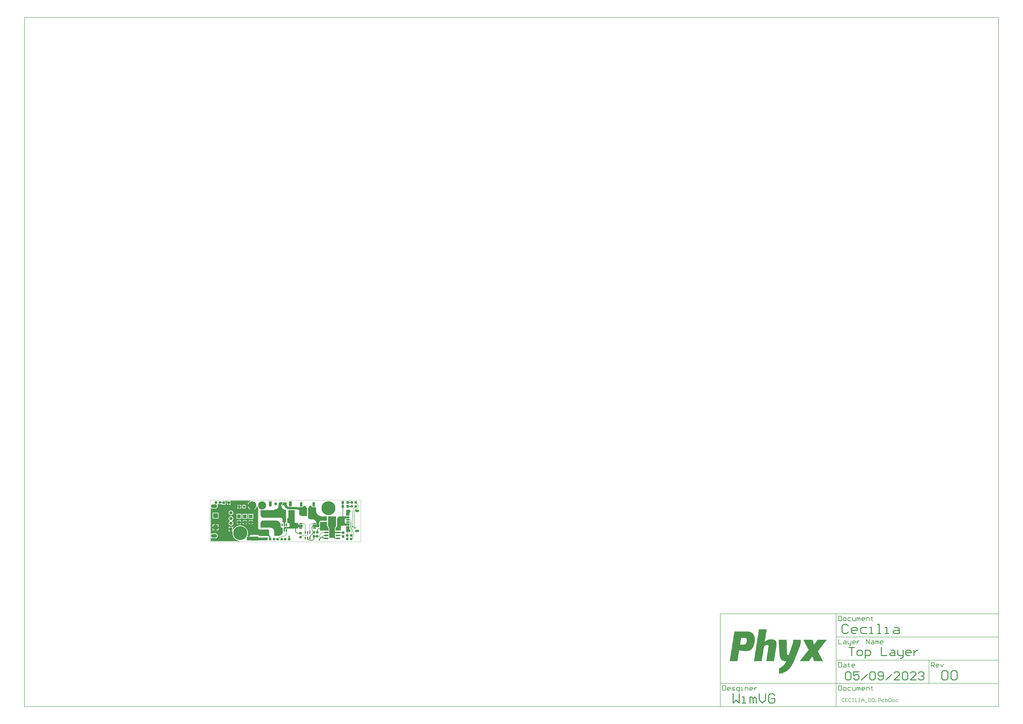
<source format=gtl>
G04*
G04 #@! TF.GenerationSoftware,Altium Limited,Altium Designer,23.8.1 (32)*
G04*
G04 Layer_Physical_Order=1*
G04 Layer_Color=3394611*
%FSLAX25Y25*%
%MOIN*%
G70*
G04*
G04 #@! TF.SameCoordinates,025227D9-4B7A-4FEB-AE1B-E4A00E2DEE92*
G04*
G04*
G04 #@! TF.FilePolarity,Positive*
G04*
G01*
G75*
%ADD10C,0.00787*%
%ADD11C,0.00591*%
%ADD12C,0.00394*%
%ADD13C,0.00984*%
%ADD14C,0.01575*%
%ADD20R,0.05315X0.03543*%
%ADD21R,0.05315X0.03150*%
%ADD22R,0.05315X0.02756*%
%ADD23R,0.04331X0.03937*%
%ADD24R,0.03937X0.05118*%
%ADD25R,0.29528X0.07087*%
%ADD26R,0.03937X0.09843*%
%ADD27R,0.04331X0.07480*%
%ADD28R,0.05118X0.05906*%
%ADD29O,0.07874X0.02362*%
%ADD30R,0.09488X0.12992*%
%ADD31R,0.03937X0.04331*%
%ADD32R,0.05906X0.05118*%
%ADD33R,0.14567X0.04331*%
%ADD34R,0.23622X0.04724*%
%ADD35R,0.05512X0.08268*%
%ADD36R,0.10630X0.06299*%
%ADD37R,0.06299X0.10630*%
%ADD38R,0.02362X0.04528*%
%ADD39O,0.05512X0.01772*%
%ADD40R,0.06299X0.07087*%
%ADD78C,0.01968*%
%ADD79C,0.01968*%
%ADD80C,0.01378*%
%ADD81C,0.03937*%
%ADD82R,0.05906X0.05906*%
%ADD83C,0.05906*%
%ADD84C,0.13780*%
%ADD85O,0.07087X0.03937*%
%ADD86R,0.07874X0.07874*%
G04:AMPARAMS|DCode=87|XSize=86.61mil|YSize=47.24mil|CornerRadius=11.81mil|HoleSize=0mil|Usage=FLASHONLY|Rotation=270.000|XOffset=0mil|YOffset=0mil|HoleType=Round|Shape=RoundedRectangle|*
%AMROUNDEDRECTD87*
21,1,0.08661,0.02362,0,0,270.0*
21,1,0.06299,0.04724,0,0,270.0*
1,1,0.02362,-0.01181,-0.03150*
1,1,0.02362,-0.01181,0.03150*
1,1,0.02362,0.01181,0.03150*
1,1,0.02362,0.01181,-0.03150*
%
%ADD87ROUNDEDRECTD87*%
%ADD88C,0.05118*%
G04:AMPARAMS|DCode=89|XSize=51.18mil|YSize=51.18mil|CornerRadius=12.8mil|HoleSize=0mil|Usage=FLASHONLY|Rotation=180.000|XOffset=0mil|YOffset=0mil|HoleType=Round|Shape=RoundedRectangle|*
%AMROUNDEDRECTD89*
21,1,0.05118,0.02559,0,0,180.0*
21,1,0.02559,0.05118,0,0,180.0*
1,1,0.02559,-0.01280,0.01280*
1,1,0.02559,0.01280,0.01280*
1,1,0.02559,0.01280,-0.01280*
1,1,0.02559,-0.01280,-0.01280*
%
%ADD89ROUNDEDRECTD89*%
%ADD90O,0.10630X0.05906*%
%ADD91C,0.05591*%
%ADD92R,0.05591X0.05591*%
%ADD93R,0.03937X0.03937*%
G04:AMPARAMS|DCode=94|XSize=39.37mil|YSize=39.37mil|CornerRadius=9.84mil|HoleSize=0mil|Usage=FLASHONLY|Rotation=0.000|XOffset=0mil|YOffset=0mil|HoleType=Round|Shape=RoundedRectangle|*
%AMROUNDEDRECTD94*
21,1,0.03937,0.01968,0,0,0.0*
21,1,0.01968,0.03937,0,0,0.0*
1,1,0.01968,0.00984,-0.00984*
1,1,0.01968,-0.00984,-0.00984*
1,1,0.01968,-0.00984,0.00984*
1,1,0.01968,0.00984,0.00984*
%
%ADD94ROUNDEDRECTD94*%
%ADD95C,0.23622*%
%ADD96R,0.07874X0.07874*%
%ADD97C,0.02756*%
G36*
X68089Y68875D02*
X67916Y68803D01*
X66624Y67939D01*
X65525Y66840D01*
X64662Y65548D01*
X64067Y64112D01*
X64012Y63835D01*
X64506Y63867D01*
X64723Y63905D01*
X64898Y63950D01*
X65030Y64003D01*
X65119Y64062D01*
X65165Y64128D01*
Y62311D01*
X71653D01*
Y61811D01*
X72154D01*
Y56891D01*
X76476D01*
X75934Y56329D01*
X75449Y55763D01*
X75021Y55192D01*
X74650Y54617D01*
X74576Y54482D01*
X75391Y54819D01*
X76683Y55683D01*
X77782Y56782D01*
X78645Y58074D01*
X79240Y59510D01*
X79427Y60452D01*
X80230D01*
X80428Y59457D01*
X81037Y57988D01*
X81693Y57006D01*
Y23622D01*
X81707Y23333D01*
X81820Y22765D01*
X82042Y22230D01*
X82363Y21749D01*
X82772Y21339D01*
X83254Y21018D01*
X83789Y20796D01*
X84356Y20684D01*
X84646Y20669D01*
X98817D01*
X99078Y20561D01*
X99078Y20561D01*
X99540Y20370D01*
X100094Y19816D01*
X100394Y19092D01*
X100394Y18701D01*
X100394Y18701D01*
X100394Y11811D01*
X100394Y11419D01*
X100094Y10696D01*
X99540Y10142D01*
X98817Y9843D01*
X98425Y9843D01*
X98425Y9843D01*
X83661D01*
X83466Y9843D01*
X83104Y9992D01*
X82827Y10269D01*
X82677Y10631D01*
X82677Y10827D01*
X82677Y10827D01*
X82658Y11019D01*
X82511Y11374D01*
X82240Y11645D01*
X81885Y11792D01*
X81693Y11811D01*
X69882Y11811D01*
X69606Y11798D01*
X69065Y11696D01*
X68844Y11609D01*
X68844Y11609D01*
X68521Y11475D01*
X68323Y11351D01*
X68031Y11156D01*
X67984Y11116D01*
X67599Y10731D01*
X67278Y10250D01*
X67056Y9715D01*
X67023Y9550D01*
X66729Y9471D01*
X66433Y9301D01*
X65456D01*
X65161Y9471D01*
X64510Y9646D01*
X64007D01*
X63604Y10023D01*
X63406Y10346D01*
X63853Y11722D01*
X64173Y13741D01*
Y15786D01*
X63853Y17806D01*
X63221Y19751D01*
X62293Y21573D01*
X61091Y23228D01*
X59645Y24674D01*
X57990Y25876D01*
X56168Y26804D01*
X54223Y27436D01*
X52204Y27756D01*
X50159D01*
X48139Y27436D01*
X46194Y26804D01*
X44372Y25876D01*
X42717Y24674D01*
X41271Y23228D01*
X40069Y21573D01*
X39994Y21425D01*
X39228Y21609D01*
Y25449D01*
X35933D01*
Y21654D01*
Y18870D01*
X37402D01*
X37215Y18851D01*
X37047Y18792D01*
X36900Y18693D01*
X36772Y18555D01*
X36663Y18378D01*
X36575Y18162D01*
X36506Y17906D01*
X36498Y17858D01*
X37720D01*
X38392Y17071D01*
X38189Y15786D01*
Y13741D01*
X38509Y11722D01*
X39141Y9777D01*
X40069Y7954D01*
X41271Y6300D01*
X42717Y4854D01*
X44372Y3652D01*
X46194Y2723D01*
X48139Y2092D01*
X48770Y1992D01*
X48708Y1204D01*
X1204D01*
Y6384D01*
X1910Y6732D01*
X2049Y6625D01*
X3055Y6209D01*
X4134Y6067D01*
X8858D01*
X9937Y6209D01*
X10943Y6625D01*
X11807Y7288D01*
X12469Y8151D01*
X12886Y9157D01*
X13028Y10236D01*
X12886Y11315D01*
X12469Y12321D01*
X11807Y13184D01*
X10943Y13847D01*
X9937Y14264D01*
X8858Y14406D01*
X4134D01*
X3055Y14264D01*
X2049Y13847D01*
X1910Y13741D01*
X1204Y14089D01*
Y56777D01*
X1910Y57125D01*
X2049Y57019D01*
X3055Y56603D01*
X4134Y56460D01*
X8858D01*
X9937Y56603D01*
X10943Y57019D01*
X11807Y57682D01*
X12469Y58545D01*
X12886Y59551D01*
X13028Y60630D01*
X12886Y61709D01*
X12469Y62715D01*
X12392Y62816D01*
X12684Y63562D01*
X13273Y63739D01*
D01*
X14027Y63739D01*
X19966D01*
X20077Y62997D01*
Y62795D01*
X26376D01*
Y69662D01*
X28526D01*
Y67035D01*
X31494D01*
X34463D01*
Y69662D01*
X67933D01*
X68089Y68875D01*
D02*
G37*
G36*
X238607Y65945D02*
X238597Y66038D01*
X238567Y66122D01*
X238517Y66196D01*
X238448Y66260D01*
X238358Y66314D01*
X238248Y66358D01*
X238119Y66393D01*
X237969Y66417D01*
X237800Y66432D01*
X237611Y66437D01*
Y67421D01*
X237800Y67426D01*
X237969Y67441D01*
X238119Y67466D01*
X238248Y67500D01*
X238358Y67544D01*
X238448Y67598D01*
X238517Y67662D01*
X238567Y67736D01*
X238597Y67820D01*
X238607Y67913D01*
Y65945D01*
D02*
G37*
G36*
X235431Y67820D02*
X235460Y67736D01*
X235510Y67662D01*
X235578Y67598D01*
X235667Y67544D01*
X235775Y67500D01*
X235903Y67466D01*
X236051Y67441D01*
X236218Y67426D01*
X236405Y67421D01*
Y66437D01*
X236218Y66432D01*
X236051Y66417D01*
X235903Y66393D01*
X235775Y66358D01*
X235667Y66314D01*
X235578Y66260D01*
X235510Y66196D01*
X235460Y66122D01*
X235431Y66038D01*
X235421Y65945D01*
Y67913D01*
X235431Y67820D01*
D02*
G37*
G36*
X21270Y65904D02*
X21260Y65998D01*
X21231Y66081D01*
X21181Y66155D01*
X21113Y66219D01*
X21024Y66273D01*
X20916Y66317D01*
X20788Y66352D01*
X20640Y66377D01*
X20473Y66391D01*
X20286Y66396D01*
Y67380D01*
X20473Y67385D01*
X20640Y67400D01*
X20788Y67425D01*
X20916Y67459D01*
X21024Y67503D01*
X21113Y67558D01*
X21181Y67622D01*
X21231Y67695D01*
X21260Y67779D01*
X21270Y67873D01*
Y65904D01*
D02*
G37*
G36*
X18771Y67779D02*
X18801Y67695D01*
X18850Y67622D01*
X18920Y67558D01*
X19010Y67503D01*
X19119Y67459D01*
X19249Y67425D01*
X19398Y67400D01*
X19568Y67385D01*
X19757Y67380D01*
Y66396D01*
X19568Y66391D01*
X19398Y66377D01*
X19249Y66352D01*
X19119Y66317D01*
X19010Y66273D01*
X18920Y66219D01*
X18850Y66155D01*
X18801Y66081D01*
X18771Y65998D01*
X18761Y65904D01*
Y67873D01*
X18771Y67779D01*
D02*
G37*
G36*
X249542Y65575D02*
X249519Y65529D01*
X249516Y65471D01*
X249531Y65404D01*
X249564Y65325D01*
X249617Y65237D01*
X249688Y65137D01*
X249777Y65027D01*
X250012Y64776D01*
X249398Y64555D01*
X249284Y64665D01*
X249077Y64839D01*
X248984Y64904D01*
X248897Y64955D01*
X248817Y64990D01*
X248743Y65011D01*
X248676Y65017D01*
X248616Y65008D01*
X248563Y64985D01*
X249583Y65611D01*
X249542Y65575D01*
D02*
G37*
G36*
X10555Y64936D02*
X10488Y64912D01*
X10429Y64872D01*
X10378Y64816D01*
X10335Y64744D01*
X10299Y64656D01*
X10272Y64552D01*
X10252Y64432D01*
X10240Y64296D01*
X10236Y64144D01*
X9449D01*
X9445Y64296D01*
X9433Y64432D01*
X9413Y64552D01*
X9386Y64656D01*
X9350Y64744D01*
X9307Y64816D01*
X9256Y64872D01*
X9197Y64912D01*
X9130Y64936D01*
X9055Y64944D01*
X10630D01*
X10555Y64936D01*
D02*
G37*
G36*
X10226Y63832D02*
X10221Y63482D01*
X10228Y63394D01*
X10240Y63320D01*
X10256Y63259D01*
X10277Y63213D01*
X10302Y63181D01*
X10331Y63164D01*
X9244Y63535D01*
X9275Y63529D01*
X9304Y63535D01*
X9331Y63551D01*
X9355Y63579D01*
X9377Y63617D01*
X9396Y63667D01*
X9413Y63728D01*
X9427Y63800D01*
X9439Y63882D01*
X9449Y63976D01*
X10236D01*
X10226Y63832D01*
D02*
G37*
G36*
X226088Y64384D02*
X226004Y64354D01*
X225930Y64304D01*
X225866Y64235D01*
X225812Y64145D01*
X225768Y64035D01*
X225733Y63906D01*
X225709Y63757D01*
X225694Y63587D01*
X225691Y63484D01*
X225694Y63381D01*
X225709Y63212D01*
X225733Y63063D01*
X225768Y62933D01*
X225812Y62823D01*
X225866Y62734D01*
X225930Y62664D01*
X226004Y62614D01*
X226088Y62584D01*
X226181Y62574D01*
X224213D01*
X224306Y62584D01*
X224390Y62614D01*
X224464Y62664D01*
X224528Y62734D01*
X224582Y62823D01*
X224626Y62933D01*
X224660Y63063D01*
X224685Y63212D01*
X224700Y63381D01*
X224703Y63484D01*
X224700Y63587D01*
X224685Y63757D01*
X224660Y63906D01*
X224626Y64035D01*
X224582Y64145D01*
X224528Y64235D01*
X224464Y64304D01*
X224390Y64354D01*
X224306Y64384D01*
X224213Y64394D01*
X226181D01*
X226088Y64384D01*
D02*
G37*
G36*
X238607Y59055D02*
X238597Y59149D01*
X238567Y59232D01*
X238517Y59306D01*
X238448Y59370D01*
X238358Y59424D01*
X238248Y59469D01*
X238119Y59503D01*
X237969Y59528D01*
X237800Y59542D01*
X237611Y59547D01*
Y60532D01*
X237800Y60536D01*
X237969Y60551D01*
X238119Y60576D01*
X238248Y60610D01*
X238358Y60654D01*
X238448Y60709D01*
X238517Y60773D01*
X238567Y60847D01*
X238597Y60930D01*
X238607Y61024D01*
Y59055D01*
D02*
G37*
G36*
X235431Y60930D02*
X235460Y60847D01*
X235510Y60773D01*
X235578Y60709D01*
X235667Y60654D01*
X235775Y60610D01*
X235903Y60576D01*
X236051Y60551D01*
X236218Y60536D01*
X236405Y60532D01*
Y59547D01*
X236218Y59542D01*
X236051Y59527D01*
X235903Y59503D01*
X235775Y59469D01*
X235667Y59424D01*
X235578Y59370D01*
X235510Y59306D01*
X235460Y59232D01*
X235431Y59149D01*
X235421Y59055D01*
Y61024D01*
X235431Y60930D01*
D02*
G37*
G36*
X126673Y63331D02*
X129711Y65781D01*
X129514Y65542D01*
X129413Y65221D01*
X129407Y64818D01*
X129498Y64333D01*
X129685Y63766D01*
X129967Y63117D01*
X130346Y62385D01*
X131392Y60677D01*
X132059Y59700D01*
X127329Y58588D01*
X126822Y59317D01*
X125198Y62008D01*
X121850Y62008D01*
X124902Y67126D01*
X126673D01*
Y63331D01*
D02*
G37*
G36*
X161778Y59691D02*
X162495Y59394D01*
X163140Y58964D01*
X163688Y58415D01*
X164119Y57770D01*
X164416Y57054D01*
X164567Y56293D01*
Y55905D01*
Y52362D01*
Y43701D01*
X155795D01*
X154806Y43898D01*
X153875Y44283D01*
X153037Y44843D01*
X152324Y45556D01*
X151764Y46395D01*
X151378Y47326D01*
X151181Y48315D01*
Y48819D01*
Y53971D01*
X150614Y54235D01*
X149814Y54527D01*
X148844Y54817D01*
X147704Y55107D01*
X150289Y58669D01*
X151837Y58395D01*
X151864Y58422D01*
X152443Y58661D01*
X157874D01*
X157951Y58669D01*
X158093Y58728D01*
X158201Y58836D01*
X158260Y58978D01*
X158268Y59055D01*
Y59212D01*
X158388Y59501D01*
X158609Y59723D01*
X158898Y59842D01*
X161018D01*
X161778Y59691D01*
D02*
G37*
G36*
X246320Y58095D02*
X246266Y58119D01*
X246206Y58127D01*
X246139Y58121D01*
X246066Y58100D01*
X245986Y58065D01*
X245899Y58015D01*
X245805Y57950D01*
X245705Y57870D01*
X245485Y57666D01*
X244870Y57886D01*
X244997Y58017D01*
X245195Y58248D01*
X245266Y58347D01*
X245318Y58435D01*
X245352Y58514D01*
X245367Y58582D01*
X245363Y58639D01*
X245341Y58685D01*
X245300Y58722D01*
X246320Y58095D01*
D02*
G37*
G36*
X226088Y57494D02*
X226004Y57464D01*
X225930Y57415D01*
X225866Y57345D01*
X225812Y57255D01*
X225768Y57146D01*
X225733Y57016D01*
X225709Y56867D01*
X225694Y56697D01*
X225689Y56508D01*
X224705D01*
X224700Y56697D01*
X224685Y56867D01*
X224660Y57016D01*
X224626Y57146D01*
X224582Y57255D01*
X224528Y57345D01*
X224464Y57415D01*
X224390Y57464D01*
X224306Y57494D01*
X224213Y57504D01*
X226181D01*
X226088Y57494D01*
D02*
G37*
G36*
X121063Y62008D02*
X121063D01*
X121101Y61236D01*
X121402Y59722D01*
X121993Y58296D01*
X122850Y57013D01*
X123942Y55921D01*
X125225Y55064D01*
X126651Y54473D01*
X128165Y54172D01*
X128937Y54134D01*
X128937D01*
Y51181D01*
X128937Y51181D01*
Y34055D01*
Y33859D01*
X128787Y33498D01*
X128510Y33221D01*
X128148Y33071D01*
X127953D01*
X127761Y33052D01*
X127406Y32905D01*
X127134Y32634D01*
X126987Y32279D01*
X126969Y32087D01*
Y26181D01*
X125000D01*
Y32087D01*
X124981Y32279D01*
X124834Y32633D01*
X124563Y32905D01*
X124208Y33052D01*
X124016Y33071D01*
X123820D01*
X123458Y33221D01*
X123181Y33498D01*
X123031Y33859D01*
Y34055D01*
Y37992D01*
X123017Y38282D01*
X122904Y38849D01*
X122683Y39384D01*
X122361Y39865D01*
X121952Y40275D01*
X121471Y40596D01*
X120936Y40818D01*
X120368Y40931D01*
X120079Y40945D01*
X90551D01*
X90551Y40945D01*
X90066D01*
X89116Y41134D01*
X88220Y41505D01*
X87414Y42044D01*
X86729Y42729D01*
X86190Y43535D01*
X85819Y44431D01*
X85630Y45382D01*
Y45866D01*
Y53740D01*
X108350D01*
X108567Y54265D01*
X109121Y54818D01*
X109845Y55118D01*
X110236D01*
X110815Y55146D01*
X111951Y55372D01*
X113020Y55815D01*
X113983Y56459D01*
X114801Y57277D01*
X115444Y58240D01*
X115887Y59309D01*
X116113Y60445D01*
X116142Y61024D01*
Y63976D01*
Y64287D01*
X116263Y64895D01*
X116500Y65468D01*
X116845Y65984D01*
X117284Y66423D01*
X117799Y66768D01*
X118373Y67005D01*
X118981Y67126D01*
X124114D01*
X121063Y62008D01*
D02*
G37*
G36*
X237506Y54091D02*
X237949Y53648D01*
X238189Y53069D01*
Y52756D01*
Y51901D01*
Y51636D01*
X238086Y51117D01*
X237883Y50628D01*
X237589Y50187D01*
X237402Y50000D01*
X237224Y49805D01*
X236932Y49366D01*
X236730Y48880D01*
X236627Y48363D01*
X236614Y48099D01*
Y44488D01*
X231102D01*
Y52756D01*
Y53069D01*
X231342Y53648D01*
X231785Y54091D01*
X232364Y54331D01*
X236927D01*
X237506Y54091D01*
D02*
G37*
G36*
X130905Y39961D02*
X130905D01*
X130905Y39961D01*
Y39961D01*
D02*
G37*
G36*
X236510Y37936D02*
X236527Y37886D01*
X236557Y37842D01*
X236598Y37803D01*
X236651Y37771D01*
X236716Y37744D01*
X236793Y37723D01*
X236882Y37709D01*
X236982Y37700D01*
X237094Y37697D01*
Y37106D01*
X236982Y37103D01*
X236882Y37095D01*
X236793Y37080D01*
X236716Y37059D01*
X236651Y37032D01*
X236598Y37000D01*
X236557Y36962D01*
X236527Y36917D01*
X236510Y36867D01*
X236504Y36811D01*
Y37992D01*
X236510Y37936D01*
D02*
G37*
G36*
X198288Y28420D02*
X198304Y28090D01*
X198432Y27444D01*
X198685Y26835D01*
X199050Y26288D01*
X199272Y26043D01*
Y26043D01*
X199740Y25575D01*
X200476Y24475D01*
X200982Y23251D01*
X201240Y21953D01*
Y21291D01*
Y19154D01*
X186477D01*
Y22098D01*
X186457Y22103D01*
X186334Y22127D01*
X186206Y22141D01*
X186075Y22146D01*
Y23130D01*
X186206Y23135D01*
X186334Y23149D01*
X186457Y23172D01*
X186477Y23178D01*
X186477Y31949D01*
X186477Y32340D01*
X186776Y33064D01*
X187330Y33618D01*
X188054Y33917D01*
X188445Y33917D01*
X198288Y33917D01*
Y28420D01*
D02*
G37*
G36*
X236510Y33999D02*
X236527Y33949D01*
X236557Y33905D01*
X236598Y33866D01*
X236651Y33834D01*
X236716Y33807D01*
X236793Y33786D01*
X236882Y33772D01*
X236982Y33763D01*
X237094Y33760D01*
Y33169D01*
X236982Y33166D01*
X236882Y33158D01*
X236793Y33143D01*
X236716Y33122D01*
X236651Y33095D01*
X236598Y33063D01*
X236557Y33025D01*
X236527Y32980D01*
X236510Y32930D01*
X236504Y32874D01*
Y34055D01*
X236510Y33999D01*
D02*
G37*
G36*
X174609Y30183D02*
X174602Y30238D01*
X174578Y30287D01*
X174540Y30330D01*
X174485Y30368D01*
X174415Y30400D01*
X174330Y30425D01*
X174229Y30446D01*
X174113Y30460D01*
X173981Y30469D01*
X173833Y30472D01*
Y31062D01*
X173981Y31065D01*
X174229Y31088D01*
X174330Y31108D01*
X174415Y31134D01*
X174485Y31166D01*
X174540Y31204D01*
X174578Y31247D01*
X174602Y31296D01*
X174609Y31351D01*
Y30183D01*
D02*
G37*
G36*
X156422Y31296D02*
X156445Y31247D01*
X156484Y31204D01*
X156538Y31166D01*
X156608Y31134D01*
X156694Y31108D01*
X156795Y31088D01*
X156911Y31074D01*
X157043Y31065D01*
X157191Y31062D01*
Y30472D01*
X157043Y30469D01*
X156795Y30446D01*
X156694Y30425D01*
X156608Y30400D01*
X156538Y30368D01*
X156484Y30330D01*
X156445Y30287D01*
X156422Y30238D01*
X156414Y30183D01*
Y31351D01*
X156422Y31296D01*
D02*
G37*
G36*
X128567Y27854D02*
X128557Y27948D01*
X128527Y28032D01*
X128478Y28105D01*
X128408Y28169D01*
X128318Y28223D01*
X128209Y28268D01*
X128079Y28302D01*
X127930Y28327D01*
X127854Y28333D01*
X127779Y28327D01*
X127629Y28302D01*
X127500Y28268D01*
X127390Y28223D01*
X127301Y28169D01*
X127231Y28105D01*
X127181Y28032D01*
X127151Y27948D01*
X127141Y27854D01*
Y29823D01*
X127151Y29729D01*
X127181Y29646D01*
X127231Y29572D01*
X127301Y29508D01*
X127390Y29454D01*
X127500Y29410D01*
X127629Y29375D01*
X127779Y29350D01*
X127854Y29344D01*
X127930Y29350D01*
X128079Y29375D01*
X128209Y29410D01*
X128318Y29454D01*
X128408Y29508D01*
X128478Y29572D01*
X128527Y29646D01*
X128557Y29729D01*
X128567Y29823D01*
Y27854D01*
D02*
G37*
G36*
X242428Y27656D02*
X242448Y27545D01*
X242481Y27433D01*
X242528Y27317D01*
X242589Y27200D01*
X242662Y27080D01*
X242749Y26957D01*
X242850Y26832D01*
X243091Y26575D01*
X241161D01*
X241289Y26705D01*
X241503Y26957D01*
X241590Y27080D01*
X241663Y27200D01*
X241724Y27317D01*
X241771Y27433D01*
X241804Y27545D01*
X241824Y27656D01*
X241831Y27763D01*
X242421D01*
X242428Y27656D01*
D02*
G37*
G36*
X143701Y32046D02*
X147795Y32046D01*
X148108D01*
X148687Y31807D01*
X149130Y31364D01*
X149370Y30785D01*
Y30472D01*
X149393Y30241D01*
X149569Y29815D01*
X149895Y29490D01*
X150321Y29313D01*
X150551Y29291D01*
X151339D01*
X155669Y29291D01*
X155904Y29291D01*
X156338Y29111D01*
X156671Y28778D01*
X156850Y28344D01*
Y28109D01*
Y25747D01*
X156850Y25512D01*
X156671Y25078D01*
X156338Y24746D01*
X155904Y24566D01*
X155669Y24566D01*
X150157Y24566D01*
X149990Y24550D01*
X149681Y24422D01*
X149445Y24185D01*
X149317Y23876D01*
X149300Y23709D01*
X149300Y23709D01*
X149226Y23468D01*
X148934Y23055D01*
X148528Y22756D01*
X148048Y22598D01*
X147795Y22598D01*
Y22598D01*
X142283Y22598D01*
X141970Y22598D01*
X141391Y22837D01*
X141236Y22993D01*
X141214Y22978D01*
X140355Y22622D01*
X139442Y22441D01*
X138976Y22441D01*
X127936D01*
X127936Y22441D01*
X127769Y22403D01*
X127472Y22235D01*
X127263Y21967D01*
X127172Y21639D01*
X127176Y21468D01*
X127176Y17323D01*
X124803D01*
X124803Y23228D01*
X124803Y23229D01*
X124803Y23620D01*
X125103Y24344D01*
X125656Y24897D01*
X126380Y25197D01*
X126772Y25197D01*
X132874Y25197D01*
X132874Y25197D01*
X133258Y25235D01*
X133968Y25529D01*
X134511Y26072D01*
X134805Y26781D01*
X134843Y27165D01*
X134843Y30118D01*
X134842Y30118D01*
X134805Y30502D01*
X134511Y31212D01*
X133968Y31755D01*
X133258Y32049D01*
X132874Y32087D01*
X132874Y32087D01*
X132482Y32087D01*
X131759Y32386D01*
X131205Y32940D01*
X130905Y33664D01*
X130905Y34055D01*
X130905Y39961D01*
X131290Y39998D01*
X131999Y40292D01*
X132542Y40835D01*
X132836Y41545D01*
X132874Y41929D01*
X132874Y53740D01*
X143701D01*
X143701Y32046D01*
D02*
G37*
G36*
X172100Y59723D02*
X172321Y59501D01*
X172441Y59212D01*
Y59055D01*
X172449Y58978D01*
X172507Y58836D01*
X172616Y58728D01*
X172758Y58669D01*
X172835Y58661D01*
X178660D01*
X179238Y58422D01*
X179682Y57979D01*
X179921Y57400D01*
Y57087D01*
Y53307D01*
X179969Y52327D01*
X180352Y50404D01*
X181102Y48593D01*
X182191Y46963D01*
X183577Y45577D01*
X185207Y44488D01*
X187018Y43738D01*
X188941Y43355D01*
X189921Y43307D01*
X198425D01*
Y35827D01*
X188583D01*
X188274Y35812D01*
X187668Y35691D01*
X187098Y35455D01*
X186585Y35112D01*
X186148Y34675D01*
X185805Y34162D01*
X185569Y33591D01*
X185448Y32986D01*
X185433Y32677D01*
Y25591D01*
Y25434D01*
X185313Y25144D01*
X185092Y24923D01*
X184802Y24803D01*
X174962D01*
X174528Y24983D01*
X174196Y25315D01*
X174016Y25749D01*
Y25984D01*
Y28346D01*
Y28503D01*
X174136Y28793D01*
X174357Y29014D01*
X174646Y29134D01*
X179921D01*
X180075Y29149D01*
X180359Y29267D01*
X180576Y29484D01*
X180693Y29768D01*
X180709Y29921D01*
Y31102D01*
X180675Y31797D01*
X180403Y33160D01*
X179872Y34443D01*
X179100Y35598D01*
X178118Y36580D01*
X176963Y37352D01*
X175679Y37884D01*
X174317Y38155D01*
X173622Y38189D01*
X169691D01*
X168930Y38340D01*
X168214Y38637D01*
X167569Y39068D01*
X167021Y39616D01*
X166590Y40261D01*
X166293Y40978D01*
X166142Y41738D01*
Y42126D01*
Y55118D01*
Y55583D01*
X166323Y56496D01*
X166679Y57356D01*
X167197Y58130D01*
X167854Y58788D01*
X168628Y59305D01*
X169488Y59661D01*
X170401Y59842D01*
X171810D01*
X172100Y59723D01*
D02*
G37*
G36*
X245383Y25548D02*
X245408Y25461D01*
X245451Y25380D01*
X245512Y25304D01*
X245589Y25234D01*
X245684Y25169D01*
X245795Y25109D01*
X245924Y25055D01*
X246070Y25006D01*
X246234Y24962D01*
X244581Y23968D01*
X244627Y24153D01*
X244774Y24946D01*
X244787Y25077D01*
X244795Y25315D01*
X244791Y25420D01*
X245374Y25639D01*
X245383Y25548D01*
D02*
G37*
G36*
X236614Y39764D02*
X230315D01*
X230008Y39733D01*
X229440Y39498D01*
X229006Y39064D01*
X228770Y38496D01*
X228740Y38189D01*
Y32677D01*
X228770Y32370D01*
X229006Y31802D01*
X229440Y31368D01*
X230008Y31133D01*
X230315Y31102D01*
X236614D01*
Y27559D01*
X223228D01*
X222998Y27536D01*
X222572Y27360D01*
X222246Y27034D01*
X222070Y26608D01*
X222047Y26378D01*
Y20472D01*
Y20237D01*
X221867Y19803D01*
X221535Y19471D01*
X221101Y19291D01*
X212992D01*
Y21952D01*
Y22349D01*
X213147Y23128D01*
X213451Y23862D01*
X213892Y24522D01*
X214173Y24803D01*
Y24803D01*
X214356Y24986D01*
X214669Y25332D01*
X215187Y26106D01*
X215543Y26967D01*
X215725Y27881D01*
X215748Y28346D01*
Y37795D01*
Y38338D01*
X215960Y39403D01*
X216375Y40406D01*
X216979Y41309D01*
X217746Y42077D01*
X218649Y42680D01*
X219652Y43095D01*
X220717Y43307D01*
X236614D01*
Y39764D01*
D02*
G37*
G36*
X182584Y19090D02*
X182599Y18920D01*
X182623Y18771D01*
X182658Y18641D01*
X182702Y18532D01*
X182756Y18442D01*
X182820Y18372D01*
X182894Y18323D01*
X182978Y18293D01*
X183071Y18283D01*
X181103D01*
X181196Y18293D01*
X181280Y18323D01*
X181354Y18372D01*
X181418Y18442D01*
X181472Y18532D01*
X181516Y18641D01*
X181551Y18771D01*
X181575Y18920D01*
X181590Y19090D01*
X181595Y19279D01*
X182579D01*
X182584Y19090D01*
D02*
G37*
G36*
X162070Y18534D02*
X162079Y18432D01*
X162093Y18341D01*
X162114Y18263D01*
X162141Y18197D01*
X162173Y18142D01*
X162212Y18100D01*
X162256Y18070D01*
X162306Y18052D01*
X162362Y18046D01*
X161181D01*
X161237Y18052D01*
X161287Y18070D01*
X161332Y18100D01*
X161370Y18142D01*
X161403Y18197D01*
X161429Y18263D01*
X161450Y18341D01*
X161465Y18432D01*
X161473Y18534D01*
X161476Y18649D01*
X162067D01*
X162070Y18534D01*
D02*
G37*
G36*
X169550Y18534D02*
X169559Y18432D01*
X169574Y18341D01*
X169595Y18263D01*
X169621Y18197D01*
X169653Y18142D01*
X169692Y18100D01*
X169736Y18070D01*
X169786Y18052D01*
X169843Y18046D01*
X168661D01*
X168718Y18052D01*
X168768Y18070D01*
X168812Y18100D01*
X168850Y18142D01*
X168883Y18197D01*
X168909Y18263D01*
X168930Y18341D01*
X168945Y18432D01*
X168954Y18534D01*
X168957Y18649D01*
X169547D01*
X169550Y18534D01*
D02*
G37*
G36*
X130259Y17341D02*
X130209Y17323D01*
X130164Y17293D01*
X130126Y17251D01*
X130094Y17196D01*
X130067Y17130D01*
X130046Y17052D01*
X130032Y16961D01*
X130023Y16859D01*
X130020Y16744D01*
X129429D01*
X129426Y16859D01*
X129417Y16961D01*
X129402Y17052D01*
X129382Y17130D01*
X129355Y17196D01*
X129323Y17251D01*
X129284Y17293D01*
X129240Y17323D01*
X129190Y17341D01*
X129134Y17347D01*
X130315D01*
X130259Y17341D01*
D02*
G37*
G36*
X174497Y18879D02*
X174771Y18505D01*
X174894Y18371D01*
X175008Y18271D01*
X175112Y18206D01*
X175206Y18176D01*
X175292Y18181D01*
X175367Y18220D01*
X175434Y18295D01*
X174225Y16496D01*
X174273Y16593D01*
X174297Y16710D01*
X174299Y16846D01*
X174277Y17002D01*
X174232Y17177D01*
X174165Y17371D01*
X174074Y17585D01*
X173961Y17818D01*
X173665Y18342D01*
X174346Y19118D01*
X174497Y18879D01*
D02*
G37*
G36*
X236614Y22767D02*
X236627Y22504D01*
X236730Y21987D01*
X236932Y21500D01*
X237224Y21062D01*
X237402Y20866D01*
X237589Y20679D01*
X237883Y20239D01*
X238086Y19749D01*
X238189Y19230D01*
Y18965D01*
Y18110D01*
Y17797D01*
X237949Y17218D01*
X237506Y16775D01*
X236927Y16535D01*
X233233D01*
X233661Y16464D01*
X233586Y16468D01*
X233519Y16453D01*
X233460Y16420D01*
X233409Y16367D01*
X233366Y16297D01*
X233330Y16208D01*
X233303Y16100D01*
X233283Y15973D01*
X233271Y15828D01*
X233267Y15664D01*
X232480Y15765D01*
X232476Y15936D01*
X232464Y16090D01*
X232445Y16228D01*
X232418Y16349D01*
X232383Y16454D01*
X232340Y16541D01*
X232336Y16547D01*
X231785Y16775D01*
X231342Y17218D01*
X231102Y17797D01*
Y18110D01*
Y26378D01*
X236614D01*
Y22767D01*
D02*
G37*
G36*
X193537Y15163D02*
X193530Y15218D01*
X193509Y15267D01*
X193472Y15311D01*
X193422Y15349D01*
X193357Y15380D01*
X193278Y15406D01*
X193184Y15427D01*
X193076Y15441D01*
X192954Y15450D01*
X192817Y15453D01*
Y16043D01*
X192953Y16046D01*
X193184Y16069D01*
X193277Y16089D01*
X193356Y16115D01*
X193421Y16147D01*
X193471Y16184D01*
X193507Y16227D01*
X193529Y16276D01*
X193536Y16330D01*
X193537Y15163D01*
D02*
G37*
G36*
X220429Y16706D02*
X220542Y16650D01*
X220672Y16600D01*
X220819Y16557D01*
X220984Y16520D01*
X221166Y16490D01*
X221582Y16450D01*
X221816Y16440D01*
X222067Y16437D01*
Y15059D01*
X221816Y15056D01*
X221166Y15006D01*
X220984Y14976D01*
X220819Y14940D01*
X220672Y14896D01*
X220542Y14846D01*
X220429Y14790D01*
X220334Y14727D01*
Y16769D01*
X220429Y16706D01*
D02*
G37*
G36*
X214036Y27551D02*
X214036Y27551D01*
X214036Y27286D01*
X213932Y26766D01*
X213730Y26277D01*
X213436Y25837D01*
X213248Y25650D01*
X212985Y25363D01*
X212548Y24719D01*
X212246Y24002D01*
X212089Y23239D01*
X212067Y22850D01*
Y16705D01*
X212088Y16685D01*
X212214Y16609D01*
X212367Y16547D01*
X212547Y16499D01*
X212667Y16479D01*
X212811Y16490D01*
X212993Y16520D01*
X213158Y16557D01*
X213305Y16600D01*
X213435Y16650D01*
X213548Y16706D01*
X213643Y16769D01*
Y14727D01*
X213548Y14790D01*
X213435Y14846D01*
X213305Y14896D01*
X213158Y14940D01*
X212993Y14976D01*
X212811Y15006D01*
X212678Y15019D01*
X212547Y14997D01*
X212367Y14949D01*
X212214Y14887D01*
X212088Y14811D01*
X212067Y14792D01*
Y6851D01*
X212173Y6706D01*
X212381Y6449D01*
X211255Y5544D01*
X211018Y5817D01*
X210415Y6436D01*
X210250Y6576D01*
X210102Y6683D01*
X209980Y6752D01*
X202225D01*
Y22798D01*
X202225Y22798D01*
X202205Y23193D01*
X202051Y23969D01*
X201749Y24699D01*
X201309Y25356D01*
X201044Y25650D01*
X200856Y25837D01*
X200562Y26277D01*
X200360Y26766D01*
X200256Y27286D01*
X200256Y27551D01*
Y43307D01*
X214036D01*
X214036Y27551D01*
D02*
G37*
G36*
X223902Y14370D02*
X223888Y14501D01*
X223846Y14618D01*
X223777Y14721D01*
X223680Y14811D01*
X223554Y14887D01*
X223402Y14949D01*
X223221Y14997D01*
X223012Y15032D01*
X222776Y15052D01*
X222512Y15059D01*
Y16437D01*
X222776Y16444D01*
X223012Y16465D01*
X223221Y16499D01*
X223402Y16547D01*
X223554Y16609D01*
X223680Y16685D01*
X223777Y16775D01*
X223846Y16878D01*
X223888Y16995D01*
X223902Y17126D01*
Y14370D01*
D02*
G37*
G36*
X175420Y14000D02*
X175353Y14063D01*
X175270Y14097D01*
X175172Y14100D01*
X175057Y14074D01*
X174925Y14018D01*
X174778Y13933D01*
X174615Y13817D01*
X174435Y13672D01*
X174028Y13292D01*
X173529Y14185D01*
X173716Y14379D01*
X174013Y14731D01*
X174123Y14888D01*
X174206Y15033D01*
X174264Y15167D01*
X174296Y15288D01*
X174302Y15396D01*
X174283Y15493D01*
X174237Y15577D01*
X175420Y14000D01*
D02*
G37*
G36*
X151756Y13149D02*
X151742Y13280D01*
X151700Y13397D01*
X151631Y13500D01*
X151534Y13590D01*
X151409Y13666D01*
X151256Y13728D01*
X151075Y13776D01*
X150866Y13811D01*
X150630Y13831D01*
X150366Y13838D01*
Y15216D01*
X150630Y15223D01*
X150866Y15244D01*
X151075Y15278D01*
X151256Y15326D01*
X151409Y15388D01*
X151534Y15464D01*
X151631Y15554D01*
X151700Y15657D01*
X151742Y15774D01*
X151756Y15905D01*
Y13149D01*
D02*
G37*
G36*
X166046Y13549D02*
X165996Y13531D01*
X165952Y13501D01*
X165913Y13460D01*
X165881Y13407D01*
X165854Y13342D01*
X165834Y13265D01*
X165819Y13176D01*
X165810Y13076D01*
X165807Y12964D01*
X165217D01*
X165214Y13076D01*
X165205Y13176D01*
X165190Y13265D01*
X165169Y13342D01*
X165143Y13407D01*
X165110Y13460D01*
X165072Y13501D01*
X165028Y13531D01*
X164977Y13549D01*
X164921Y13555D01*
X166102D01*
X166046Y13549D01*
D02*
G37*
G36*
X233271Y13419D02*
X233283Y13283D01*
X233303Y13163D01*
X233330Y13059D01*
X233366Y12971D01*
X233409Y12899D01*
X233460Y12843D01*
X233519Y12803D01*
X233586Y12779D01*
X233661Y12771D01*
X232086D01*
X232161Y12779D01*
X232228Y12803D01*
X232287Y12843D01*
X232338Y12899D01*
X232382Y12971D01*
X232417Y13059D01*
X232445Y13163D01*
X232464Y13283D01*
X232476Y13419D01*
X232480Y13570D01*
X233267D01*
X233271Y13419D01*
D02*
G37*
G36*
X241047Y13259D02*
X241055Y13157D01*
X241070Y13066D01*
X241091Y12988D01*
X241117Y12922D01*
X241150Y12867D01*
X241188Y12825D01*
X241233Y12795D01*
X241283Y12777D01*
X241339Y12771D01*
X240158D01*
X240214Y12777D01*
X240264Y12795D01*
X240308Y12825D01*
X240347Y12867D01*
X240379Y12922D01*
X240406Y12988D01*
X240426Y13066D01*
X240441Y13157D01*
X240450Y13259D01*
X240453Y13374D01*
X241044D01*
X241047Y13259D01*
D02*
G37*
G36*
X114026Y35903D02*
X115530Y35280D01*
X116885Y34375D01*
X118036Y33223D01*
X118941Y31869D01*
X119564Y30364D01*
X119882Y28767D01*
Y27953D01*
X119882D01*
X119882Y25984D01*
X119920Y25600D01*
X120214Y24891D01*
X120757Y24348D01*
X121466Y24054D01*
X121850Y24016D01*
X122164D01*
X122742Y23776D01*
X123185Y23333D01*
X123425Y22754D01*
Y22441D01*
Y22047D01*
X123458Y18110D01*
X123458Y17356D01*
Y16655D01*
X123185Y15279D01*
X122648Y13983D01*
X121869Y12817D01*
X120877Y11826D01*
X119711Y11046D01*
X118415Y10510D01*
X117040Y10236D01*
X109804D01*
X109370Y10416D01*
X109038Y10748D01*
X108858Y11182D01*
Y11417D01*
Y17717D01*
X108828Y18334D01*
X108587Y19545D01*
X108114Y20686D01*
X107428Y21713D01*
X106555Y22586D01*
X105528Y23272D01*
X104388Y23744D01*
X103176Y23985D01*
X102559Y24016D01*
X85945D01*
X85801Y24076D01*
X85690Y24186D01*
X85630Y24331D01*
Y24409D01*
Y24409D01*
Y31496D01*
Y31961D01*
X85812Y32874D01*
X86168Y33734D01*
X86685Y34508D01*
X87343Y35166D01*
X88117Y35683D01*
X88976Y36039D01*
X89889Y36220D01*
X112428D01*
X114026Y35903D01*
D02*
G37*
G36*
X220762Y11278D02*
X220783Y11229D01*
X220820Y11185D01*
X220870Y11148D01*
X220935Y11116D01*
X221014Y11090D01*
X221108Y11069D01*
X221216Y11055D01*
X221338Y11046D01*
X221475Y11043D01*
Y10453D01*
X221339Y10450D01*
X221108Y10427D01*
X221015Y10407D01*
X220936Y10381D01*
X220871Y10350D01*
X220821Y10312D01*
X220785Y10269D01*
X220763Y10220D01*
X220756Y10166D01*
X220755Y11333D01*
X220762Y11278D01*
D02*
G37*
G36*
X223902Y10158D02*
X223895Y10214D01*
X223877Y10264D01*
X223846Y10308D01*
X223804Y10346D01*
X223749Y10379D01*
X223683Y10406D01*
X223605Y10426D01*
X223515Y10441D01*
X223413Y10450D01*
X223299Y10453D01*
Y11043D01*
X223890Y11071D01*
X223902Y10158D01*
D02*
G37*
G36*
X180142Y8071D02*
X180129Y8201D01*
X180087Y8319D01*
X180017Y8422D01*
X179920Y8512D01*
X179795Y8587D01*
X179642Y8649D01*
X179461Y8698D01*
X179253Y8732D01*
X179134Y8742D01*
X179016Y8732D01*
X178807Y8698D01*
X178626Y8649D01*
X178473Y8587D01*
X178348Y8512D01*
X178251Y8422D01*
X178182Y8319D01*
X178140Y8201D01*
X178126Y8071D01*
Y10826D01*
X178140Y10695D01*
X178182Y10578D01*
X178251Y10475D01*
X178348Y10385D01*
X178473Y10310D01*
X178626Y10248D01*
X178807Y10199D01*
X179016Y10165D01*
X179134Y10155D01*
X179253Y10165D01*
X179461Y10199D01*
X179642Y10248D01*
X179795Y10310D01*
X179920Y10385D01*
X180017Y10475D01*
X180087Y10578D01*
X180129Y10695D01*
X180142Y10826D01*
Y8071D01*
D02*
G37*
G36*
X170819Y9705D02*
X170421Y8806D01*
X168839Y8794D01*
X168941Y8804D01*
X169039Y8833D01*
X169135Y8880D01*
X169229Y8945D01*
X169319Y9029D01*
X169407Y9132D01*
X169492Y9253D01*
X169575Y9392D01*
X169655Y9550D01*
X169731Y9727D01*
X170819Y9705D01*
D02*
G37*
G36*
X233586Y8874D02*
X233519Y8850D01*
X233460Y8810D01*
X233409Y8754D01*
X233366Y8682D01*
X233330Y8594D01*
X233303Y8490D01*
X233283Y8370D01*
X233271Y8234D01*
X233267Y8083D01*
X232480D01*
X232476Y8234D01*
X232464Y8370D01*
X232445Y8490D01*
X232417Y8594D01*
X232382Y8682D01*
X232338Y8754D01*
X232287Y8810D01*
X232228Y8850D01*
X232161Y8874D01*
X232086Y8882D01*
X233661D01*
X233586Y8874D01*
D02*
G37*
G36*
X193122Y7147D02*
X193157Y7023D01*
X193203Y6910D01*
X193260Y6807D01*
X193328Y6714D01*
X193406Y6631D01*
X193410Y6628D01*
X193535Y6595D01*
X193677Y6573D01*
X193796Y6574D01*
X193893Y6596D01*
X193966Y6640D01*
X194018Y6706D01*
X194046Y6793D01*
X193714Y4914D01*
X193616Y5036D01*
X193405Y5263D01*
X193291Y5369D01*
X193048Y5565D01*
X192919Y5656D01*
X192908Y5662D01*
X192812Y5689D01*
X192683Y5715D01*
X192431Y5746D01*
X192309Y5752D01*
X192188Y5750D01*
X192070Y5742D01*
X191954Y5727D01*
X192708Y6752D01*
X192743Y6898D01*
X192797Y6873D01*
X193096Y7281D01*
X193122Y7147D01*
D02*
G37*
G36*
X233271Y7513D02*
X233283Y7377D01*
X233303Y7257D01*
X233330Y7153D01*
X233366Y7065D01*
X233409Y6993D01*
X233460Y6937D01*
X233519Y6897D01*
X233586Y6873D01*
X233661Y6865D01*
X232086D01*
X232161Y6873D01*
X232228Y6897D01*
X232287Y6937D01*
X232338Y6993D01*
X232382Y7065D01*
X232417Y7153D01*
X232445Y7257D01*
X232464Y7377D01*
X232476Y7513D01*
X232480Y7665D01*
X233267D01*
X233271Y7513D01*
D02*
G37*
G36*
X242138Y7074D02*
X242011Y6943D01*
X241813Y6713D01*
X241742Y6614D01*
X241690Y6525D01*
X241656Y6447D01*
X241641Y6379D01*
X241645Y6322D01*
X241667Y6275D01*
X241708Y6239D01*
X240688Y6865D01*
X240741Y6842D01*
X240802Y6833D01*
X240869Y6839D01*
X240942Y6860D01*
X241022Y6896D01*
X241109Y6946D01*
X241203Y7011D01*
X241303Y7091D01*
X241523Y7295D01*
X242138Y7074D01*
D02*
G37*
G36*
X189716Y8079D02*
X189645Y7999D01*
X189581Y7907D01*
X189525Y7803D01*
X189477Y7689D01*
X189436Y7563D01*
X189403Y7426D01*
X189378Y7278D01*
X189361Y7118D01*
X189349Y6766D01*
X187985Y8130D01*
X188167Y8132D01*
X188497Y8159D01*
X188645Y8184D01*
X188782Y8217D01*
X188908Y8258D01*
X189022Y8306D01*
X189126Y8362D01*
X189218Y8426D01*
X189299Y8497D01*
X189716Y8079D01*
D02*
G37*
G36*
X135161Y8021D02*
X135115Y7952D01*
X135074Y7873D01*
X135039Y7784D01*
X135009Y7685D01*
X134985Y7576D01*
X134966Y7458D01*
X134963Y7430D01*
X134969Y7362D01*
X135003Y7153D01*
X135052Y6973D01*
X135114Y6820D01*
X135189Y6695D01*
X135279Y6598D01*
X135382Y6528D01*
X135499Y6486D01*
X135630Y6472D01*
X132874D01*
X133005Y6486D01*
X133122Y6528D01*
X133226Y6598D01*
X133315Y6695D01*
X133391Y6820D01*
X133453Y6973D01*
X133501Y7153D01*
X133536Y7362D01*
X133540Y7415D01*
X133538Y7442D01*
X133519Y7561D01*
X133493Y7669D01*
X133463Y7767D01*
X133426Y7856D01*
X133385Y7935D01*
X133337Y8003D01*
X133284Y8062D01*
X135213Y8080D01*
X135161Y8021D01*
D02*
G37*
G36*
X117367Y6630D02*
X117231Y6511D01*
X117020Y6301D01*
X116944Y6210D01*
X116887Y6129D01*
X116851Y6056D01*
X116835Y5993D01*
X116839Y5940D01*
X116862Y5896D01*
X116905Y5861D01*
X115827Y6472D01*
X115883Y6450D01*
X115947Y6441D01*
X116019Y6447D01*
X116099Y6467D01*
X116187Y6500D01*
X116282Y6548D01*
X116386Y6610D01*
X116497Y6686D01*
X116744Y6881D01*
X117367Y6630D01*
D02*
G37*
G36*
X177568Y7293D02*
X177451Y7252D01*
X177348Y7182D01*
X177258Y7085D01*
X177182Y6960D01*
X177120Y6807D01*
X177072Y6626D01*
X177037Y6418D01*
X177017Y6181D01*
X177010Y5917D01*
X175632D01*
X175625Y6181D01*
X175604Y6418D01*
X175570Y6626D01*
X175522Y6807D01*
X175460Y6960D01*
X175384Y7085D01*
X175294Y7182D01*
X175191Y7252D01*
X175074Y7293D01*
X174943Y7307D01*
X177699D01*
X177568Y7293D01*
D02*
G37*
G36*
X185989Y5608D02*
X186009Y5498D01*
X186042Y5385D01*
X186089Y5270D01*
X186149Y5153D01*
X186223Y5032D01*
X186310Y4910D01*
X186410Y4785D01*
X186651Y4527D01*
X184722D01*
X184849Y4657D01*
X185064Y4910D01*
X185151Y5032D01*
X185224Y5153D01*
X185284Y5270D01*
X185331Y5385D01*
X185365Y5498D01*
X185385Y5608D01*
X185392Y5716D01*
X185982D01*
X185989Y5608D01*
D02*
G37*
G36*
X125418Y3937D02*
X125412Y3993D01*
X125394Y4044D01*
X125364Y4088D01*
X125322Y4126D01*
X125267Y4159D01*
X125201Y4185D01*
X125123Y4206D01*
X125032Y4221D01*
X124930Y4230D01*
X124815Y4233D01*
Y4823D01*
X124930Y4826D01*
X125032Y4835D01*
X125123Y4850D01*
X125201Y4870D01*
X125267Y4897D01*
X125322Y4930D01*
X125364Y4968D01*
X125394Y5012D01*
X125412Y5062D01*
X125418Y5118D01*
Y3937D01*
D02*
G37*
G36*
X123616Y5062D02*
X123634Y5012D01*
X123663Y4968D01*
X123705Y4930D01*
X123758Y4897D01*
X123823Y4870D01*
X123900Y4850D01*
X123988Y4835D01*
X124089Y4826D01*
X124201Y4823D01*
Y4233D01*
X124089Y4230D01*
X123988Y4221D01*
X123900Y4206D01*
X123823Y4185D01*
X123758Y4159D01*
X123705Y4126D01*
X123663Y4088D01*
X123634Y4044D01*
X123616Y3993D01*
X123610Y3937D01*
Y5118D01*
X123616Y5062D01*
D02*
G37*
G36*
X112623Y3937D02*
X112617Y3993D01*
X112599Y4044D01*
X112568Y4088D01*
X112526Y4126D01*
X112472Y4159D01*
X112406Y4185D01*
X112328Y4206D01*
X112237Y4221D01*
X112135Y4230D01*
X112020Y4233D01*
Y4823D01*
X112135Y4826D01*
X112237Y4835D01*
X112328Y4850D01*
X112406Y4870D01*
X112472Y4897D01*
X112526Y4930D01*
X112568Y4968D01*
X112599Y5012D01*
X112617Y5062D01*
X112623Y5118D01*
Y3937D01*
D02*
G37*
G36*
X110821Y5062D02*
X110839Y5012D01*
X110868Y4968D01*
X110910Y4930D01*
X110963Y4897D01*
X111028Y4870D01*
X111104Y4850D01*
X111193Y4835D01*
X111293Y4826D01*
X111406Y4823D01*
Y4233D01*
X111293Y4230D01*
X111193Y4221D01*
X111104Y4206D01*
X111028Y4185D01*
X110963Y4159D01*
X110910Y4126D01*
X110868Y4088D01*
X110839Y4044D01*
X110821Y3993D01*
X110815Y3937D01*
Y5118D01*
X110821Y5062D01*
D02*
G37*
G36*
X166612Y5426D02*
X166582Y5338D01*
X166593Y5220D01*
X166643Y5073D01*
X166733Y4897D01*
X166862Y4693D01*
X167031Y4459D01*
X167488Y3903D01*
X167777Y3582D01*
X165915Y3171D01*
X165712Y3386D01*
X165165Y3895D01*
X165003Y4020D01*
X164850Y4121D01*
X164708Y4201D01*
X164576Y4257D01*
X164454Y4291D01*
X164343Y4302D01*
X166681Y5486D01*
X166612Y5426D01*
D02*
G37*
G36*
X81548Y8541D02*
X81770Y8320D01*
X81890Y8031D01*
Y7874D01*
X81905Y7720D01*
X82023Y7436D01*
X82240Y7219D01*
X82524Y7102D01*
X82677Y7087D01*
X97007D01*
X97296Y6967D01*
X97518Y6745D01*
X97638Y6456D01*
Y6299D01*
Y2362D01*
X62205D01*
Y7087D01*
Y7400D01*
X62445Y7979D01*
X62888Y8422D01*
X63466Y8661D01*
X81259D01*
X81548Y8541D01*
D02*
G37*
G36*
X1047062Y-166394D02*
X1046775D01*
Y-166681D01*
X1046489D01*
Y-166967D01*
Y-167253D01*
X1046203D01*
Y-167539D01*
X1045916D01*
Y-167826D01*
X1045630D01*
Y-168112D01*
Y-168398D01*
X1045344D01*
Y-168685D01*
X1045057D01*
Y-168971D01*
X1044771D01*
Y-169257D01*
X1044485D01*
Y-169544D01*
Y-169830D01*
X1044198D01*
Y-170116D01*
X1043912D01*
Y-170403D01*
X1043626D01*
Y-170689D01*
Y-170975D01*
X1043340D01*
Y-171262D01*
X1043053D01*
Y-171548D01*
X1042767D01*
Y-171834D01*
X1042480D01*
Y-172120D01*
Y-172407D01*
X1042194D01*
Y-172693D01*
X1041908D01*
Y-172979D01*
X1041622D01*
Y-173266D01*
Y-173552D01*
X1041335D01*
Y-173838D01*
X1041049D01*
Y-174125D01*
X1040763D01*
Y-174411D01*
Y-174697D01*
X1040476D01*
Y-174984D01*
X1040190D01*
Y-175270D01*
X1039904D01*
Y-175556D01*
X1039617D01*
Y-175842D01*
Y-176129D01*
X1039331D01*
Y-176415D01*
X1039045D01*
Y-176701D01*
X1038758D01*
Y-176988D01*
Y-177274D01*
X1038472D01*
Y-177560D01*
X1038186D01*
Y-177847D01*
X1037899D01*
Y-178133D01*
Y-178419D01*
X1037613D01*
Y-178706D01*
X1037327D01*
Y-178992D01*
X1037041D01*
Y-179278D01*
X1036754D01*
Y-179565D01*
Y-179851D01*
X1036468D01*
Y-180137D01*
X1036182D01*
Y-180423D01*
X1035895D01*
Y-180710D01*
Y-180996D01*
X1035609D01*
Y-181282D01*
X1035323D01*
Y-181569D01*
X1035036D01*
Y-181855D01*
Y-182141D01*
X1034750D01*
Y-182428D01*
X1034464D01*
Y-182714D01*
X1034177D01*
Y-183000D01*
X1033891D01*
Y-183287D01*
Y-183573D01*
X1033605D01*
Y-183859D01*
X1033319D01*
Y-184146D01*
X1033032D01*
Y-184432D01*
Y-184718D01*
X1032746D01*
Y-185004D01*
X1032460D01*
Y-185291D01*
X1032173D01*
Y-185577D01*
X1031887D01*
Y-185863D01*
Y-186150D01*
X1032173D01*
Y-186436D01*
Y-186722D01*
X1032460D01*
Y-187009D01*
Y-187295D01*
X1032746D01*
Y-187581D01*
X1033032D01*
Y-187868D01*
Y-188154D01*
X1033319D01*
Y-188440D01*
Y-188727D01*
X1033605D01*
Y-189013D01*
Y-189299D01*
X1033891D01*
Y-189585D01*
Y-189872D01*
X1034177D01*
Y-190158D01*
Y-190444D01*
X1034464D01*
Y-190731D01*
Y-191017D01*
X1034750D01*
Y-191303D01*
Y-191590D01*
X1035036D01*
Y-191876D01*
Y-192162D01*
X1035323D01*
Y-192449D01*
X1035609D01*
Y-192735D01*
Y-193021D01*
X1035895D01*
Y-193308D01*
Y-193594D01*
X1036182D01*
Y-193880D01*
Y-194167D01*
X1036468D01*
Y-194453D01*
Y-194739D01*
X1036754D01*
Y-195025D01*
Y-195312D01*
X1037041D01*
Y-195598D01*
Y-195884D01*
X1037327D01*
Y-196171D01*
Y-196457D01*
X1037613D01*
Y-196743D01*
X1037899D01*
Y-197030D01*
Y-197316D01*
X1038186D01*
Y-197602D01*
Y-197889D01*
X1038472D01*
Y-198175D01*
Y-198461D01*
X1038758D01*
Y-198748D01*
Y-199034D01*
X1039045D01*
Y-199320D01*
Y-199606D01*
X1039331D01*
Y-199893D01*
Y-200179D01*
X1039617D01*
Y-200465D01*
Y-200752D01*
X1039904D01*
Y-201038D01*
X1040190D01*
Y-201324D01*
Y-201611D01*
X1040476D01*
Y-201897D01*
Y-202183D01*
X1040763D01*
Y-202470D01*
X1025588D01*
Y-202183D01*
X1025302D01*
Y-201897D01*
Y-201611D01*
Y-201324D01*
X1025016D01*
Y-201038D01*
Y-200752D01*
Y-200465D01*
X1024729D01*
Y-200179D01*
Y-199893D01*
X1024443D01*
Y-199606D01*
Y-199320D01*
Y-199034D01*
X1024156D01*
Y-198748D01*
Y-198461D01*
Y-198175D01*
X1023870D01*
Y-197889D01*
Y-197602D01*
X1023584D01*
Y-197316D01*
Y-197030D01*
Y-196743D01*
X1023298D01*
Y-196457D01*
Y-196171D01*
Y-195884D01*
X1023011D01*
Y-195598D01*
Y-195312D01*
Y-195025D01*
X1022725D01*
Y-194739D01*
X1022152D01*
Y-195025D01*
Y-195312D01*
X1021866D01*
Y-195598D01*
X1021580D01*
Y-195884D01*
Y-196171D01*
X1021293D01*
Y-196457D01*
X1021007D01*
Y-196743D01*
Y-197030D01*
X1020721D01*
Y-197316D01*
X1020434D01*
Y-197602D01*
Y-197889D01*
X1020148D01*
Y-198175D01*
X1019862D01*
Y-198461D01*
X1019576D01*
Y-198748D01*
Y-199034D01*
X1019289D01*
Y-199320D01*
X1019003D01*
Y-199606D01*
Y-199893D01*
X1018717D01*
Y-200179D01*
X1018430D01*
Y-200465D01*
Y-200752D01*
X1018144D01*
Y-201038D01*
X1017858D01*
Y-201324D01*
Y-201611D01*
X1017571D01*
Y-201897D01*
X1017285D01*
Y-202183D01*
Y-202470D01*
X1001252D01*
Y-202183D01*
X1001538D01*
Y-201897D01*
X1001824D01*
Y-201611D01*
X1002110D01*
Y-201324D01*
X1002397D01*
Y-201038D01*
Y-200752D01*
X1002683D01*
Y-200465D01*
X1002969D01*
Y-200179D01*
X1003256D01*
Y-199893D01*
X1003542D01*
Y-199606D01*
Y-199320D01*
X1003828D01*
Y-199034D01*
X1004115D01*
Y-198748D01*
X1004401D01*
Y-198461D01*
Y-198175D01*
X1004687D01*
Y-197889D01*
X1004974D01*
Y-197602D01*
X1005260D01*
Y-197316D01*
X1005546D01*
Y-197030D01*
Y-196743D01*
X1005832D01*
Y-196457D01*
X1006119D01*
Y-196171D01*
X1006405D01*
Y-195884D01*
X1006691D01*
Y-195598D01*
Y-195312D01*
X1006978D01*
Y-195025D01*
X1007264D01*
Y-194739D01*
X1007550D01*
Y-194453D01*
Y-194167D01*
X1007837D01*
Y-193880D01*
X1008123D01*
Y-193594D01*
X1008409D01*
Y-193308D01*
X1008696D01*
Y-193021D01*
Y-192735D01*
X1008982D01*
Y-192449D01*
X1009268D01*
Y-192162D01*
X1009555D01*
Y-191876D01*
Y-191590D01*
X1009841D01*
Y-191303D01*
X1010127D01*
Y-191017D01*
X1010413D01*
Y-190731D01*
X1010700D01*
Y-190444D01*
Y-190158D01*
X1010986D01*
Y-189872D01*
X1011272D01*
Y-189585D01*
X1011559D01*
Y-189299D01*
Y-189013D01*
X1011845D01*
Y-188727D01*
X1012131D01*
Y-188440D01*
X1012418D01*
Y-188154D01*
X1012704D01*
Y-187868D01*
Y-187581D01*
X1012990D01*
Y-187295D01*
X1013277D01*
Y-187009D01*
X1013563D01*
Y-186722D01*
X1013849D01*
Y-186436D01*
Y-186150D01*
X1014136D01*
Y-185863D01*
X1014422D01*
Y-185577D01*
X1014708D01*
Y-185291D01*
Y-185004D01*
X1014995D01*
Y-184718D01*
X1015281D01*
Y-184432D01*
X1015567D01*
Y-184146D01*
X1015853D01*
Y-183859D01*
Y-183573D01*
X1016140D01*
Y-183287D01*
Y-183000D01*
Y-182714D01*
X1015853D01*
Y-182428D01*
X1015567D01*
Y-182141D01*
Y-181855D01*
X1015281D01*
Y-181569D01*
Y-181282D01*
X1014995D01*
Y-180996D01*
Y-180710D01*
X1014708D01*
Y-180423D01*
Y-180137D01*
X1014422D01*
Y-179851D01*
Y-179565D01*
X1014136D01*
Y-179278D01*
Y-178992D01*
X1013849D01*
Y-178706D01*
X1013563D01*
Y-178419D01*
Y-178133D01*
X1013277D01*
Y-177847D01*
Y-177560D01*
X1012990D01*
Y-177274D01*
Y-176988D01*
X1012704D01*
Y-176701D01*
Y-176415D01*
X1012418D01*
Y-176129D01*
Y-175842D01*
X1012131D01*
Y-175556D01*
Y-175270D01*
X1011845D01*
Y-174984D01*
X1011559D01*
Y-174697D01*
Y-174411D01*
X1011272D01*
Y-174125D01*
Y-173838D01*
X1010986D01*
Y-173552D01*
Y-173266D01*
X1010700D01*
Y-172979D01*
Y-172693D01*
X1010413D01*
Y-172407D01*
Y-172120D01*
X1010127D01*
Y-171834D01*
Y-171548D01*
X1009841D01*
Y-171262D01*
Y-170975D01*
X1009555D01*
Y-170689D01*
X1009268D01*
Y-170403D01*
Y-170116D01*
X1008982D01*
Y-169830D01*
Y-169544D01*
X1008696D01*
Y-169257D01*
Y-168971D01*
X1008409D01*
Y-168685D01*
Y-168398D01*
X1008123D01*
Y-168112D01*
Y-167826D01*
X1007837D01*
Y-167539D01*
Y-167253D01*
X1007550D01*
Y-166967D01*
X1007264D01*
Y-166681D01*
Y-166394D01*
X1006978D01*
Y-166108D01*
X1022725D01*
Y-166394D01*
X1023011D01*
Y-166681D01*
Y-166967D01*
Y-167253D01*
X1023298D01*
Y-167539D01*
Y-167826D01*
Y-168112D01*
X1023584D01*
Y-168398D01*
Y-168685D01*
Y-168971D01*
X1023870D01*
Y-169257D01*
Y-169544D01*
Y-169830D01*
X1024156D01*
Y-170116D01*
Y-170403D01*
Y-170689D01*
X1024443D01*
Y-170975D01*
Y-171262D01*
Y-171548D01*
X1024729D01*
Y-171834D01*
Y-172120D01*
Y-172407D01*
X1025016D01*
Y-172693D01*
Y-172979D01*
Y-173266D01*
X1025302D01*
Y-173552D01*
Y-173838D01*
Y-174125D01*
Y-174411D01*
X1025874D01*
Y-174125D01*
X1026161D01*
Y-173838D01*
X1026447D01*
Y-173552D01*
Y-173266D01*
X1026733D01*
Y-172979D01*
X1027020D01*
Y-172693D01*
Y-172407D01*
X1027306D01*
Y-172120D01*
X1027592D01*
Y-171834D01*
Y-171548D01*
X1027879D01*
Y-171262D01*
X1028165D01*
Y-170975D01*
Y-170689D01*
X1028451D01*
Y-170403D01*
X1028738D01*
Y-170116D01*
Y-169830D01*
X1029024D01*
Y-169544D01*
X1029310D01*
Y-169257D01*
Y-168971D01*
X1029597D01*
Y-168685D01*
X1029883D01*
Y-168398D01*
Y-168112D01*
X1030169D01*
Y-167826D01*
X1030455D01*
Y-167539D01*
Y-167253D01*
X1030742D01*
Y-166967D01*
X1031028D01*
Y-166681D01*
Y-166394D01*
X1031314D01*
Y-166108D01*
X1047062D01*
Y-166394D01*
D02*
G37*
G36*
X913926Y-152365D02*
X915644D01*
Y-152651D01*
X916503D01*
Y-152937D01*
X917362D01*
Y-153224D01*
X918221D01*
Y-153510D01*
X918793D01*
Y-153796D01*
X919080D01*
Y-154083D01*
X919652D01*
Y-154369D01*
X919939D01*
Y-154655D01*
X920511D01*
Y-154942D01*
X920798D01*
Y-155228D01*
X921084D01*
Y-155514D01*
X921370D01*
Y-155801D01*
X921657D01*
Y-156087D01*
X921943D01*
Y-156373D01*
X922229D01*
Y-156659D01*
Y-156946D01*
X922515D01*
Y-157232D01*
X922802D01*
Y-157518D01*
Y-157805D01*
X923088D01*
Y-158091D01*
X923374D01*
Y-158377D01*
Y-158664D01*
X923661D01*
Y-158950D01*
Y-159236D01*
Y-159523D01*
X923947D01*
Y-159809D01*
Y-160095D01*
Y-160382D01*
X924233D01*
Y-160668D01*
Y-160954D01*
Y-161240D01*
Y-161527D01*
X924520D01*
Y-161813D01*
Y-162100D01*
Y-162386D01*
Y-162672D01*
Y-162958D01*
X924806D01*
Y-163245D01*
Y-163531D01*
Y-163817D01*
Y-164104D01*
Y-164390D01*
Y-164676D01*
Y-164963D01*
Y-165249D01*
Y-165535D01*
Y-165822D01*
Y-166108D01*
Y-166394D01*
Y-166681D01*
Y-166967D01*
Y-167253D01*
Y-167539D01*
Y-167826D01*
Y-168112D01*
Y-168398D01*
Y-168685D01*
X924520D01*
Y-168971D01*
Y-169257D01*
Y-169544D01*
Y-169830D01*
Y-170116D01*
Y-170403D01*
Y-170689D01*
X924233D01*
Y-170975D01*
Y-171262D01*
Y-171548D01*
Y-171834D01*
Y-172120D01*
X923947D01*
Y-172407D01*
Y-172693D01*
Y-172979D01*
Y-173266D01*
Y-173552D01*
X923661D01*
Y-173838D01*
Y-174125D01*
Y-174411D01*
X923374D01*
Y-174697D01*
Y-174984D01*
Y-175270D01*
Y-175556D01*
X923088D01*
Y-175842D01*
Y-176129D01*
Y-176415D01*
X922802D01*
Y-176701D01*
Y-176988D01*
X922515D01*
Y-177274D01*
Y-177560D01*
Y-177847D01*
X922229D01*
Y-178133D01*
Y-178419D01*
X921943D01*
Y-178706D01*
Y-178992D01*
X921657D01*
Y-179278D01*
Y-179565D01*
X921370D01*
Y-179851D01*
X921084D01*
Y-180137D01*
Y-180423D01*
X920798D01*
Y-180710D01*
X920511D01*
Y-180996D01*
X920225D01*
Y-181282D01*
Y-181569D01*
X919939D01*
Y-181855D01*
X919652D01*
Y-182141D01*
X919366D01*
Y-182428D01*
X919080D01*
Y-182714D01*
X918793D01*
Y-183000D01*
X918221D01*
Y-183287D01*
X917934D01*
Y-183573D01*
X917362D01*
Y-183859D01*
X917076D01*
Y-184146D01*
X916503D01*
Y-184432D01*
X915644D01*
Y-184718D01*
X914785D01*
Y-185004D01*
X913926D01*
Y-185291D01*
X912208D01*
Y-185577D01*
X907055D01*
Y-185291D01*
X904478D01*
Y-185004D01*
X902474D01*
Y-184718D01*
X901042D01*
Y-184432D01*
X899610D01*
Y-184146D01*
X898179D01*
Y-184432D01*
Y-184718D01*
Y-185004D01*
Y-185291D01*
Y-185577D01*
Y-185863D01*
Y-186150D01*
X897892D01*
Y-186436D01*
Y-186722D01*
Y-187009D01*
Y-187295D01*
Y-187581D01*
Y-187868D01*
X897606D01*
Y-188154D01*
Y-188440D01*
Y-188727D01*
Y-189013D01*
Y-189299D01*
Y-189585D01*
X897320D01*
Y-189872D01*
Y-190158D01*
Y-190444D01*
Y-190731D01*
Y-191017D01*
Y-191303D01*
Y-191590D01*
X897034D01*
Y-191876D01*
Y-192162D01*
Y-192449D01*
Y-192735D01*
Y-193021D01*
Y-193308D01*
X896747D01*
Y-193594D01*
Y-193880D01*
Y-194167D01*
Y-194453D01*
Y-194739D01*
Y-195025D01*
X896461D01*
Y-195312D01*
Y-195598D01*
Y-195884D01*
Y-196171D01*
Y-196457D01*
Y-196743D01*
Y-197030D01*
X896175D01*
Y-197316D01*
Y-197602D01*
Y-197889D01*
Y-198175D01*
Y-198461D01*
Y-198748D01*
X895888D01*
Y-199034D01*
Y-199320D01*
Y-199606D01*
Y-199893D01*
Y-200179D01*
Y-200465D01*
X895602D01*
Y-200752D01*
Y-201038D01*
Y-201324D01*
Y-201611D01*
Y-201897D01*
Y-202183D01*
Y-202470D01*
X882145D01*
Y-202183D01*
X882432D01*
Y-201897D01*
Y-201611D01*
Y-201324D01*
Y-201038D01*
Y-200752D01*
X882718D01*
Y-200465D01*
Y-200179D01*
Y-199893D01*
Y-199606D01*
Y-199320D01*
Y-199034D01*
Y-198748D01*
X883004D01*
Y-198461D01*
Y-198175D01*
Y-197889D01*
Y-197602D01*
Y-197316D01*
Y-197030D01*
X883291D01*
Y-196743D01*
Y-196457D01*
Y-196171D01*
Y-195884D01*
Y-195598D01*
Y-195312D01*
X883577D01*
Y-195025D01*
Y-194739D01*
Y-194453D01*
Y-194167D01*
Y-193880D01*
Y-193594D01*
Y-193308D01*
X883863D01*
Y-193021D01*
Y-192735D01*
Y-192449D01*
Y-192162D01*
Y-191876D01*
Y-191590D01*
X884149D01*
Y-191303D01*
Y-191017D01*
Y-190731D01*
Y-190444D01*
Y-190158D01*
Y-189872D01*
X884436D01*
Y-189585D01*
Y-189299D01*
Y-189013D01*
Y-188727D01*
Y-188440D01*
Y-188154D01*
X884722D01*
Y-187868D01*
Y-187581D01*
Y-187295D01*
Y-187009D01*
Y-186722D01*
Y-186436D01*
Y-186150D01*
X885009D01*
Y-185863D01*
Y-185577D01*
Y-185291D01*
Y-185004D01*
Y-184718D01*
Y-184432D01*
X885295D01*
Y-184146D01*
Y-183859D01*
Y-183573D01*
Y-183287D01*
Y-183000D01*
Y-182714D01*
X885581D01*
Y-182428D01*
Y-182141D01*
Y-181855D01*
Y-181569D01*
Y-181282D01*
Y-180996D01*
X885867D01*
Y-180710D01*
Y-180423D01*
Y-180137D01*
Y-179851D01*
Y-179565D01*
Y-179278D01*
Y-178992D01*
X886154D01*
Y-178706D01*
Y-178419D01*
Y-178133D01*
Y-177847D01*
Y-177560D01*
Y-177274D01*
X886440D01*
Y-176988D01*
Y-176701D01*
Y-176415D01*
Y-176129D01*
Y-175842D01*
Y-175556D01*
X886726D01*
Y-175270D01*
Y-174984D01*
Y-174697D01*
Y-174411D01*
Y-174125D01*
Y-173838D01*
Y-173552D01*
X887013D01*
Y-173266D01*
Y-172979D01*
Y-172693D01*
Y-172407D01*
Y-172120D01*
Y-171834D01*
X887299D01*
Y-171548D01*
Y-171262D01*
Y-170975D01*
Y-170689D01*
Y-170403D01*
Y-170116D01*
X887585D01*
Y-169830D01*
Y-169544D01*
Y-169257D01*
Y-168971D01*
Y-168685D01*
Y-168398D01*
X887872D01*
Y-168112D01*
Y-167826D01*
Y-167539D01*
Y-167253D01*
Y-166967D01*
Y-166681D01*
Y-166394D01*
X888158D01*
Y-166108D01*
Y-165822D01*
Y-165535D01*
Y-165249D01*
Y-164963D01*
Y-164676D01*
X888444D01*
Y-164390D01*
Y-164104D01*
Y-163817D01*
Y-163531D01*
Y-163245D01*
Y-162958D01*
X888731D01*
Y-162672D01*
Y-162386D01*
Y-162100D01*
Y-161813D01*
Y-161527D01*
Y-161240D01*
Y-160954D01*
X889017D01*
Y-160668D01*
Y-160382D01*
Y-160095D01*
Y-159809D01*
Y-159523D01*
Y-159236D01*
X889303D01*
Y-158950D01*
Y-158664D01*
Y-158377D01*
Y-158091D01*
Y-157805D01*
Y-157518D01*
X889590D01*
Y-157232D01*
Y-156946D01*
Y-156659D01*
Y-156373D01*
Y-156087D01*
Y-155801D01*
Y-155514D01*
X889876D01*
Y-155228D01*
Y-154942D01*
Y-154655D01*
Y-154369D01*
Y-154083D01*
Y-153796D01*
X890162D01*
Y-153510D01*
Y-153224D01*
Y-152937D01*
Y-152651D01*
Y-152365D01*
Y-152078D01*
X913926D01*
Y-152365D01*
D02*
G37*
G36*
X1002969Y-166394D02*
Y-166681D01*
Y-166967D01*
Y-167253D01*
Y-167539D01*
Y-167826D01*
Y-168112D01*
Y-168398D01*
Y-168685D01*
Y-168971D01*
Y-169257D01*
Y-169544D01*
Y-169830D01*
Y-170116D01*
Y-170403D01*
Y-170689D01*
Y-170975D01*
Y-171262D01*
Y-171548D01*
Y-171834D01*
Y-172120D01*
X1002683D01*
Y-172407D01*
Y-172693D01*
Y-172979D01*
Y-173266D01*
Y-173552D01*
X1002397D01*
Y-173838D01*
Y-174125D01*
Y-174411D01*
Y-174697D01*
X1002110D01*
Y-174984D01*
Y-175270D01*
Y-175556D01*
Y-175842D01*
X1001824D01*
Y-176129D01*
Y-176415D01*
Y-176701D01*
X1001538D01*
Y-176988D01*
Y-177274D01*
Y-177560D01*
X1001252D01*
Y-177847D01*
Y-178133D01*
Y-178419D01*
X1000965D01*
Y-178706D01*
Y-178992D01*
Y-179278D01*
X1000679D01*
Y-179565D01*
Y-179851D01*
X1000393D01*
Y-180137D01*
Y-180423D01*
X1000106D01*
Y-180710D01*
Y-180996D01*
Y-181282D01*
X999820D01*
Y-181569D01*
Y-181855D01*
X999534D01*
Y-182141D01*
Y-182428D01*
Y-182714D01*
X999247D01*
Y-183000D01*
Y-183287D01*
X998961D01*
Y-183573D01*
Y-183859D01*
Y-184146D01*
X998675D01*
Y-184432D01*
Y-184718D01*
X998388D01*
Y-185004D01*
Y-185291D01*
Y-185577D01*
X998102D01*
Y-185863D01*
Y-186150D01*
X997816D01*
Y-186436D01*
Y-186722D01*
Y-187009D01*
X997529D01*
Y-187295D01*
Y-187581D01*
X997243D01*
Y-187868D01*
Y-188154D01*
Y-188440D01*
X996957D01*
Y-188727D01*
Y-189013D01*
X996671D01*
Y-189299D01*
Y-189585D01*
Y-189872D01*
X996384D01*
Y-190158D01*
Y-190444D01*
X996098D01*
Y-190731D01*
Y-191017D01*
Y-191303D01*
X995811D01*
Y-191590D01*
Y-191876D01*
X995525D01*
Y-192162D01*
Y-192449D01*
Y-192735D01*
X995239D01*
Y-193021D01*
Y-193308D01*
X994953D01*
Y-193594D01*
Y-193880D01*
Y-194167D01*
X994666D01*
Y-194453D01*
Y-194739D01*
X994380D01*
Y-195025D01*
Y-195312D01*
Y-195598D01*
X994094D01*
Y-195884D01*
Y-196171D01*
X993807D01*
Y-196457D01*
Y-196743D01*
Y-197030D01*
X993521D01*
Y-197316D01*
Y-197602D01*
X993235D01*
Y-197889D01*
Y-198175D01*
Y-198461D01*
X992948D01*
Y-198748D01*
Y-199034D01*
X992662D01*
Y-199320D01*
Y-199606D01*
Y-199893D01*
X992376D01*
Y-200179D01*
Y-200465D01*
X992089D01*
Y-200752D01*
Y-201038D01*
Y-201324D01*
X991803D01*
Y-201611D01*
Y-201897D01*
X991517D01*
Y-202183D01*
Y-202470D01*
Y-202756D01*
X991230D01*
Y-203042D01*
Y-203328D01*
X990944D01*
Y-203615D01*
Y-203901D01*
X990658D01*
Y-204187D01*
Y-204474D01*
X990372D01*
Y-204760D01*
Y-205046D01*
Y-205333D01*
X990085D01*
Y-205619D01*
X989799D01*
Y-205905D01*
Y-206192D01*
Y-206478D01*
X989513D01*
Y-206764D01*
X989226D01*
Y-207051D01*
Y-207337D01*
X988940D01*
Y-207623D01*
Y-207909D01*
X988654D01*
Y-208196D01*
Y-208482D01*
X988367D01*
Y-208769D01*
Y-209055D01*
X988081D01*
Y-209341D01*
X987795D01*
Y-209627D01*
Y-209914D01*
X987508D01*
Y-210200D01*
Y-210486D01*
X987222D01*
Y-210773D01*
X986936D01*
Y-211059D01*
X986650D01*
Y-211345D01*
Y-211632D01*
X986363D01*
Y-211918D01*
X986077D01*
Y-212204D01*
Y-212491D01*
X985791D01*
Y-212777D01*
X985504D01*
Y-213063D01*
X985218D01*
Y-213350D01*
Y-213636D01*
X984932D01*
Y-213922D01*
X984645D01*
Y-214208D01*
X984359D01*
Y-214495D01*
X984073D01*
Y-214781D01*
X983786D01*
Y-215067D01*
Y-215354D01*
X983500D01*
Y-215640D01*
X983214D01*
Y-215926D01*
X982928D01*
Y-216213D01*
X982641D01*
Y-216499D01*
X982355D01*
Y-216785D01*
X982069D01*
Y-217072D01*
X981782D01*
Y-217358D01*
X981210D01*
Y-217644D01*
X980923D01*
Y-217931D01*
X980637D01*
Y-218217D01*
X980351D01*
Y-218503D01*
X980064D01*
Y-218789D01*
X979492D01*
Y-219076D01*
X979205D01*
Y-219362D01*
X978633D01*
Y-219648D01*
X978347D01*
Y-219935D01*
X977774D01*
Y-220221D01*
X977487D01*
Y-220507D01*
X976915D01*
Y-220794D01*
X976342D01*
Y-221080D01*
X975770D01*
Y-221366D01*
X975197D01*
Y-221653D01*
X974624D01*
Y-221939D01*
X973765D01*
Y-222225D01*
X973193D01*
Y-222512D01*
X972334D01*
Y-222798D01*
X971189D01*
Y-223084D01*
X970043D01*
Y-223370D01*
X968326D01*
Y-223657D01*
X966321D01*
Y-223943D01*
X966035D01*
Y-223657D01*
Y-223370D01*
Y-223084D01*
Y-222798D01*
Y-222512D01*
Y-222225D01*
Y-221939D01*
Y-221653D01*
Y-221366D01*
Y-221080D01*
Y-220794D01*
Y-220507D01*
Y-220221D01*
Y-219935D01*
Y-219648D01*
Y-219362D01*
Y-219076D01*
Y-218789D01*
Y-218503D01*
Y-218217D01*
Y-217931D01*
Y-217644D01*
Y-217358D01*
Y-217072D01*
Y-216785D01*
Y-216499D01*
Y-216213D01*
Y-215926D01*
Y-215640D01*
Y-215354D01*
Y-215067D01*
Y-214781D01*
Y-214495D01*
X966608D01*
Y-214208D01*
X967180D01*
Y-213922D01*
X967753D01*
Y-213636D01*
X968326D01*
Y-213350D01*
X968898D01*
Y-213063D01*
X969471D01*
Y-212777D01*
X969757D01*
Y-212491D01*
X970330D01*
Y-212204D01*
X970616D01*
Y-211918D01*
X971189D01*
Y-211632D01*
X971475D01*
Y-211345D01*
X971761D01*
Y-211059D01*
X972334D01*
Y-210773D01*
X972620D01*
Y-210486D01*
X972906D01*
Y-210200D01*
X973193D01*
Y-209914D01*
X973479D01*
Y-209627D01*
X973765D01*
Y-209341D01*
X974052D01*
Y-209055D01*
X974338D01*
Y-208769D01*
X974624D01*
Y-208482D01*
X974911D01*
Y-208196D01*
X975197D01*
Y-207909D01*
X975483D01*
Y-207623D01*
Y-207337D01*
X975770D01*
Y-207051D01*
X976056D01*
Y-206764D01*
X976342D01*
Y-206478D01*
Y-206192D01*
X976629D01*
Y-205905D01*
X976915D01*
Y-205619D01*
Y-205333D01*
X977201D01*
Y-205046D01*
Y-204760D01*
X977487D01*
Y-204474D01*
X977774D01*
Y-204187D01*
Y-203901D01*
X978060D01*
Y-203615D01*
Y-203328D01*
X978347D01*
Y-203042D01*
Y-202756D01*
X976629D01*
Y-202470D01*
X974624D01*
Y-202183D01*
X973479D01*
Y-201897D01*
X972906D01*
Y-201611D01*
X972048D01*
Y-201324D01*
X971475D01*
Y-201038D01*
X971189D01*
Y-200752D01*
X970616D01*
Y-200465D01*
X970330D01*
Y-200179D01*
X970043D01*
Y-199893D01*
X969757D01*
Y-199606D01*
X969471D01*
Y-199320D01*
X969184D01*
Y-199034D01*
Y-198748D01*
X968898D01*
Y-198461D01*
X968612D01*
Y-198175D01*
Y-197889D01*
X968326D01*
Y-197602D01*
Y-197316D01*
X968039D01*
Y-197030D01*
Y-196743D01*
X967753D01*
Y-196457D01*
Y-196171D01*
Y-195884D01*
X967467D01*
Y-195598D01*
Y-195312D01*
Y-195025D01*
Y-194739D01*
X967180D01*
Y-194453D01*
Y-194167D01*
Y-193880D01*
Y-193594D01*
Y-193308D01*
Y-193021D01*
Y-192735D01*
X966894D01*
Y-192449D01*
Y-192162D01*
Y-191876D01*
Y-191590D01*
Y-191303D01*
Y-191017D01*
Y-190731D01*
Y-190444D01*
Y-190158D01*
Y-189872D01*
Y-189585D01*
Y-189299D01*
Y-189013D01*
Y-188727D01*
Y-188440D01*
X966608D01*
Y-188154D01*
Y-187868D01*
Y-187581D01*
Y-187295D01*
Y-187009D01*
Y-186722D01*
Y-186436D01*
Y-186150D01*
Y-185863D01*
Y-185577D01*
Y-185291D01*
Y-185004D01*
Y-184718D01*
Y-184432D01*
Y-184146D01*
X966321D01*
Y-183859D01*
Y-183573D01*
Y-183287D01*
Y-183000D01*
Y-182714D01*
Y-182428D01*
Y-182141D01*
Y-181855D01*
Y-181569D01*
Y-181282D01*
Y-180996D01*
Y-180710D01*
Y-180423D01*
Y-180137D01*
Y-179851D01*
Y-179565D01*
X966035D01*
Y-179278D01*
Y-178992D01*
Y-178706D01*
Y-178419D01*
Y-178133D01*
Y-177847D01*
Y-177560D01*
Y-177274D01*
Y-176988D01*
Y-176701D01*
Y-176415D01*
Y-176129D01*
Y-175842D01*
Y-175556D01*
Y-175270D01*
Y-174984D01*
X965749D01*
Y-174697D01*
Y-174411D01*
Y-174125D01*
Y-173838D01*
Y-173552D01*
Y-173266D01*
Y-172979D01*
Y-172693D01*
Y-172407D01*
Y-172120D01*
Y-171834D01*
Y-171548D01*
Y-171262D01*
Y-170975D01*
X965462D01*
Y-170689D01*
Y-170403D01*
Y-170116D01*
Y-169830D01*
Y-169544D01*
Y-169257D01*
Y-168971D01*
Y-168685D01*
Y-168398D01*
Y-168112D01*
Y-167826D01*
Y-167539D01*
Y-167253D01*
Y-166967D01*
Y-166681D01*
Y-166394D01*
X965176D01*
Y-166108D01*
X978919D01*
Y-166394D01*
Y-166681D01*
Y-166967D01*
Y-167253D01*
Y-167539D01*
Y-167826D01*
Y-168112D01*
Y-168398D01*
Y-168685D01*
Y-168971D01*
Y-169257D01*
Y-169544D01*
Y-169830D01*
Y-170116D01*
X979205D01*
Y-170403D01*
Y-170689D01*
Y-170975D01*
Y-171262D01*
Y-171548D01*
Y-171834D01*
Y-172120D01*
Y-172407D01*
Y-172693D01*
Y-172979D01*
Y-173266D01*
Y-173552D01*
Y-173838D01*
Y-174125D01*
Y-174411D01*
Y-174697D01*
Y-174984D01*
Y-175270D01*
Y-175556D01*
Y-175842D01*
Y-176129D01*
Y-176415D01*
Y-176701D01*
Y-176988D01*
Y-177274D01*
Y-177560D01*
Y-177847D01*
Y-178133D01*
Y-178419D01*
Y-178706D01*
Y-178992D01*
Y-179278D01*
Y-179565D01*
Y-179851D01*
Y-180137D01*
Y-180423D01*
Y-180710D01*
Y-180996D01*
Y-181282D01*
Y-181569D01*
Y-181855D01*
X979492D01*
Y-182141D01*
X979205D01*
Y-182428D01*
Y-182714D01*
X979492D01*
Y-183000D01*
Y-183287D01*
Y-183573D01*
Y-183859D01*
Y-184146D01*
Y-184432D01*
Y-184718D01*
Y-185004D01*
Y-185291D01*
Y-185577D01*
Y-185863D01*
Y-186150D01*
Y-186436D01*
Y-186722D01*
Y-187009D01*
Y-187295D01*
Y-187581D01*
Y-187868D01*
Y-188154D01*
Y-188440D01*
Y-188727D01*
Y-189013D01*
Y-189299D01*
Y-189585D01*
Y-189872D01*
Y-190158D01*
X979778D01*
Y-190444D01*
Y-190731D01*
Y-191017D01*
X980064D01*
Y-191303D01*
X980351D01*
Y-191590D01*
X980637D01*
Y-191876D01*
X981496D01*
Y-192162D01*
X982355D01*
Y-191876D01*
X982641D01*
Y-191590D01*
Y-191303D01*
Y-191017D01*
X982928D01*
Y-190731D01*
Y-190444D01*
X983214D01*
Y-190158D01*
Y-189872D01*
Y-189585D01*
X983500D01*
Y-189299D01*
Y-189013D01*
Y-188727D01*
X983786D01*
Y-188440D01*
Y-188154D01*
Y-187868D01*
X984073D01*
Y-187581D01*
Y-187295D01*
Y-187009D01*
X984359D01*
Y-186722D01*
Y-186436D01*
X984645D01*
Y-186150D01*
Y-185863D01*
Y-185577D01*
X984932D01*
Y-185291D01*
Y-185004D01*
Y-184718D01*
X985218D01*
Y-184432D01*
Y-184146D01*
Y-183859D01*
X985504D01*
Y-183573D01*
Y-183287D01*
X985791D01*
Y-183000D01*
Y-182714D01*
Y-182428D01*
X986077D01*
Y-182141D01*
Y-181855D01*
Y-181569D01*
X986363D01*
Y-181282D01*
Y-180996D01*
Y-180710D01*
X986650D01*
Y-180423D01*
Y-180137D01*
X986936D01*
Y-179851D01*
Y-179565D01*
Y-179278D01*
X987222D01*
Y-178992D01*
Y-178706D01*
Y-178419D01*
X987508D01*
Y-178133D01*
Y-177847D01*
Y-177560D01*
X987795D01*
Y-177274D01*
Y-176988D01*
X988081D01*
Y-176701D01*
Y-176415D01*
Y-176129D01*
X988367D01*
Y-175842D01*
Y-175556D01*
Y-175270D01*
X988654D01*
Y-174984D01*
Y-174697D01*
Y-174411D01*
X988940D01*
Y-174125D01*
Y-173838D01*
Y-173552D01*
Y-173266D01*
X989226D01*
Y-172979D01*
Y-172693D01*
Y-172407D01*
Y-172120D01*
X989513D01*
Y-171834D01*
Y-171548D01*
Y-171262D01*
Y-170975D01*
Y-170689D01*
X989799D01*
Y-170403D01*
Y-170116D01*
Y-169830D01*
Y-169544D01*
Y-169257D01*
Y-168971D01*
X990085D01*
Y-168685D01*
Y-168398D01*
Y-168112D01*
Y-167826D01*
Y-167539D01*
Y-167253D01*
Y-166967D01*
Y-166681D01*
Y-166394D01*
Y-166108D01*
X1002969D01*
Y-166394D01*
D02*
G37*
G36*
X945134Y-148929D02*
Y-149215D01*
X944848D01*
Y-149502D01*
Y-149788D01*
Y-150074D01*
Y-150361D01*
Y-150647D01*
Y-150933D01*
X944561D01*
Y-151220D01*
Y-151506D01*
Y-151792D01*
Y-152078D01*
Y-152365D01*
Y-152651D01*
X944275D01*
Y-152937D01*
Y-153224D01*
Y-153510D01*
Y-153796D01*
Y-154083D01*
Y-154369D01*
Y-154655D01*
X943989D01*
Y-154942D01*
Y-155228D01*
Y-155514D01*
Y-155801D01*
Y-156087D01*
Y-156373D01*
X943703D01*
Y-156659D01*
Y-156946D01*
Y-157232D01*
Y-157518D01*
Y-157805D01*
Y-158091D01*
X943416D01*
Y-158377D01*
Y-158664D01*
Y-158950D01*
Y-159236D01*
Y-159523D01*
Y-159809D01*
Y-160095D01*
X943130D01*
Y-160382D01*
Y-160668D01*
Y-160954D01*
Y-161240D01*
Y-161527D01*
Y-161813D01*
X942844D01*
Y-162100D01*
Y-162386D01*
Y-162672D01*
Y-162958D01*
Y-163245D01*
Y-163531D01*
X942557D01*
Y-163817D01*
Y-164104D01*
Y-164390D01*
Y-164676D01*
Y-164963D01*
Y-165249D01*
X942271D01*
Y-165535D01*
Y-165822D01*
Y-166108D01*
Y-166394D01*
Y-166681D01*
Y-166967D01*
Y-167253D01*
X941985D01*
Y-167539D01*
Y-167826D01*
Y-168112D01*
Y-168398D01*
Y-168685D01*
Y-168971D01*
X941698D01*
Y-169257D01*
Y-169544D01*
X942271D01*
Y-169257D01*
X942557D01*
Y-168971D01*
X942844D01*
Y-168685D01*
X943416D01*
Y-168398D01*
X943703D01*
Y-168112D01*
X943989D01*
Y-167826D01*
X944561D01*
Y-167539D01*
X945134D01*
Y-167253D01*
X945420D01*
Y-166967D01*
X945993D01*
Y-166681D01*
X946852D01*
Y-166394D01*
X947425D01*
Y-166108D01*
X948284D01*
Y-165822D01*
X949715D01*
Y-165535D01*
X956014D01*
Y-165822D01*
X957159D01*
Y-166108D01*
X958018D01*
Y-166394D01*
X958591D01*
Y-166681D01*
X958877D01*
Y-166967D01*
X959450D01*
Y-167253D01*
X959736D01*
Y-167539D01*
X960022D01*
Y-167826D01*
X960309D01*
Y-168112D01*
X960595D01*
Y-168398D01*
Y-168685D01*
X960881D01*
Y-168971D01*
Y-169257D01*
X961168D01*
Y-169544D01*
Y-169830D01*
Y-170116D01*
X961454D01*
Y-170403D01*
Y-170689D01*
Y-170975D01*
Y-171262D01*
X961740D01*
Y-171548D01*
Y-171834D01*
Y-172120D01*
Y-172407D01*
Y-172693D01*
Y-172979D01*
Y-173266D01*
Y-173552D01*
Y-173838D01*
Y-174125D01*
Y-174411D01*
Y-174697D01*
Y-174984D01*
Y-175270D01*
Y-175556D01*
Y-175842D01*
Y-176129D01*
Y-176415D01*
X961454D01*
Y-176701D01*
Y-176988D01*
Y-177274D01*
Y-177560D01*
Y-177847D01*
Y-178133D01*
Y-178419D01*
X961168D01*
Y-178706D01*
Y-178992D01*
Y-179278D01*
Y-179565D01*
Y-179851D01*
Y-180137D01*
Y-180423D01*
X960881D01*
Y-180710D01*
Y-180996D01*
Y-181282D01*
Y-181569D01*
Y-181855D01*
Y-182141D01*
X960595D01*
Y-182428D01*
Y-182714D01*
Y-183000D01*
Y-183287D01*
Y-183573D01*
Y-183859D01*
X960309D01*
Y-184146D01*
Y-184432D01*
Y-184718D01*
Y-185004D01*
Y-185291D01*
Y-185577D01*
X960022D01*
Y-185863D01*
Y-186150D01*
Y-186436D01*
Y-186722D01*
Y-187009D01*
Y-187295D01*
Y-187581D01*
X959736D01*
Y-187868D01*
Y-188154D01*
Y-188440D01*
Y-188727D01*
Y-189013D01*
Y-189299D01*
X959450D01*
Y-189585D01*
Y-189872D01*
Y-190158D01*
Y-190444D01*
Y-190731D01*
Y-191017D01*
X959163D01*
Y-191303D01*
Y-191590D01*
Y-191876D01*
Y-192162D01*
Y-192449D01*
Y-192735D01*
Y-193021D01*
X958877D01*
Y-193308D01*
Y-193594D01*
Y-193880D01*
Y-194167D01*
Y-194453D01*
Y-194739D01*
X958591D01*
Y-195025D01*
Y-195312D01*
Y-195598D01*
Y-195884D01*
Y-196171D01*
Y-196457D01*
X958305D01*
Y-196743D01*
Y-197030D01*
Y-197316D01*
Y-197602D01*
Y-197889D01*
Y-198175D01*
X958018D01*
Y-198461D01*
Y-198748D01*
Y-199034D01*
Y-199320D01*
Y-199606D01*
Y-199893D01*
Y-200179D01*
X957732D01*
Y-200465D01*
Y-200752D01*
Y-201038D01*
Y-201324D01*
Y-201611D01*
Y-201897D01*
X957446D01*
Y-202183D01*
Y-202470D01*
X944275D01*
Y-202183D01*
Y-201897D01*
X944561D01*
Y-201611D01*
Y-201324D01*
Y-201038D01*
Y-200752D01*
Y-200465D01*
Y-200179D01*
X944848D01*
Y-199893D01*
Y-199606D01*
Y-199320D01*
Y-199034D01*
Y-198748D01*
Y-198461D01*
Y-198175D01*
X945134D01*
Y-197889D01*
Y-197602D01*
Y-197316D01*
Y-197030D01*
Y-196743D01*
Y-196457D01*
X945420D01*
Y-196171D01*
Y-195884D01*
Y-195598D01*
Y-195312D01*
Y-195025D01*
Y-194739D01*
X945707D01*
Y-194453D01*
Y-194167D01*
Y-193880D01*
Y-193594D01*
Y-193308D01*
Y-193021D01*
Y-192735D01*
X945993D01*
Y-192449D01*
Y-192162D01*
Y-191876D01*
Y-191590D01*
Y-191303D01*
Y-191017D01*
X946279D01*
Y-190731D01*
Y-190444D01*
Y-190158D01*
Y-189872D01*
Y-189585D01*
Y-189299D01*
Y-189013D01*
X946566D01*
Y-188727D01*
Y-188440D01*
Y-188154D01*
Y-187868D01*
Y-187581D01*
Y-187295D01*
X946852D01*
Y-187009D01*
Y-186722D01*
Y-186436D01*
Y-186150D01*
Y-185863D01*
Y-185577D01*
X947138D01*
Y-185291D01*
Y-185004D01*
Y-184718D01*
Y-184432D01*
Y-184146D01*
Y-183859D01*
X947425D01*
Y-183573D01*
Y-183287D01*
Y-183000D01*
Y-182714D01*
Y-182428D01*
Y-182141D01*
Y-181855D01*
X947711D01*
Y-181569D01*
Y-181282D01*
Y-180996D01*
Y-180710D01*
Y-180423D01*
Y-180137D01*
X947997D01*
Y-179851D01*
Y-179565D01*
Y-179278D01*
Y-178992D01*
Y-178706D01*
Y-178419D01*
Y-178133D01*
X948284D01*
Y-177847D01*
Y-177560D01*
Y-177274D01*
Y-176988D01*
Y-176701D01*
Y-176415D01*
X947997D01*
Y-176129D01*
Y-175842D01*
X947711D01*
Y-175556D01*
X947425D01*
Y-175270D01*
X946852D01*
Y-174984D01*
X945134D01*
Y-175270D01*
X943703D01*
Y-175556D01*
X942844D01*
Y-175842D01*
X942271D01*
Y-176129D01*
X941985D01*
Y-176415D01*
X941412D01*
Y-176701D01*
X941126D01*
Y-176988D01*
X940839D01*
Y-177274D01*
Y-177560D01*
X940553D01*
Y-177847D01*
Y-178133D01*
Y-178419D01*
X940267D01*
Y-178706D01*
Y-178992D01*
Y-179278D01*
Y-179565D01*
Y-179851D01*
Y-180137D01*
X939981D01*
Y-180423D01*
Y-180710D01*
Y-180996D01*
Y-181282D01*
Y-181569D01*
Y-181855D01*
Y-182141D01*
X939694D01*
Y-182428D01*
Y-182714D01*
Y-183000D01*
Y-183287D01*
Y-183573D01*
Y-183859D01*
X939408D01*
Y-184146D01*
Y-184432D01*
Y-184718D01*
Y-185004D01*
Y-185291D01*
Y-185577D01*
X939122D01*
Y-185863D01*
Y-186150D01*
Y-186436D01*
Y-186722D01*
Y-187009D01*
Y-187295D01*
X938835D01*
Y-187581D01*
Y-187868D01*
Y-188154D01*
Y-188440D01*
Y-188727D01*
Y-189013D01*
Y-189299D01*
X938549D01*
Y-189585D01*
Y-189872D01*
Y-190158D01*
Y-190444D01*
Y-190731D01*
Y-191017D01*
X938263D01*
Y-191303D01*
Y-191590D01*
Y-191876D01*
Y-192162D01*
Y-192449D01*
Y-192735D01*
X937976D01*
Y-193021D01*
Y-193308D01*
Y-193594D01*
Y-193880D01*
Y-194167D01*
Y-194453D01*
Y-194739D01*
X937690D01*
Y-195025D01*
Y-195312D01*
Y-195598D01*
Y-195884D01*
Y-196171D01*
Y-196457D01*
X937404D01*
Y-196743D01*
Y-197030D01*
Y-197316D01*
Y-197602D01*
Y-197889D01*
Y-198175D01*
X937117D01*
Y-198461D01*
Y-198748D01*
Y-199034D01*
Y-199320D01*
Y-199606D01*
Y-199893D01*
X936831D01*
Y-200179D01*
Y-200465D01*
Y-200752D01*
Y-201038D01*
Y-201324D01*
Y-201611D01*
Y-201897D01*
X936545D01*
Y-202183D01*
Y-202470D01*
X923374D01*
Y-202183D01*
Y-201897D01*
X923661D01*
Y-201611D01*
Y-201324D01*
Y-201038D01*
Y-200752D01*
Y-200465D01*
Y-200179D01*
Y-199893D01*
X923947D01*
Y-199606D01*
Y-199320D01*
Y-199034D01*
Y-198748D01*
Y-198461D01*
Y-198175D01*
X924233D01*
Y-197889D01*
Y-197602D01*
Y-197316D01*
Y-197030D01*
Y-196743D01*
Y-196457D01*
X924520D01*
Y-196171D01*
Y-195884D01*
Y-195598D01*
Y-195312D01*
Y-195025D01*
Y-194739D01*
Y-194453D01*
X924806D01*
Y-194167D01*
Y-193880D01*
Y-193594D01*
Y-193308D01*
Y-193021D01*
Y-192735D01*
X925092D01*
Y-192449D01*
Y-192162D01*
Y-191876D01*
Y-191590D01*
Y-191303D01*
Y-191017D01*
X925379D01*
Y-190731D01*
Y-190444D01*
Y-190158D01*
Y-189872D01*
Y-189585D01*
Y-189299D01*
X925665D01*
Y-189013D01*
Y-188727D01*
Y-188440D01*
Y-188154D01*
Y-187868D01*
Y-187581D01*
Y-187295D01*
X925951D01*
Y-187009D01*
Y-186722D01*
Y-186436D01*
Y-186150D01*
Y-185863D01*
Y-185577D01*
X926237D01*
Y-185291D01*
Y-185004D01*
Y-184718D01*
Y-184432D01*
Y-184146D01*
Y-183859D01*
X926524D01*
Y-183573D01*
Y-183287D01*
Y-183000D01*
Y-182714D01*
Y-182428D01*
Y-182141D01*
Y-181855D01*
X926810D01*
Y-181569D01*
Y-181282D01*
Y-180996D01*
Y-180710D01*
Y-180423D01*
Y-180137D01*
X927096D01*
Y-179851D01*
Y-179565D01*
Y-179278D01*
Y-178992D01*
Y-178706D01*
Y-178419D01*
X927383D01*
Y-178133D01*
Y-177847D01*
Y-177560D01*
Y-177274D01*
Y-176988D01*
Y-176701D01*
X927669D01*
Y-176415D01*
Y-176129D01*
Y-175842D01*
Y-175556D01*
Y-175270D01*
Y-174984D01*
Y-174697D01*
X927955D01*
Y-174411D01*
Y-174125D01*
Y-173838D01*
Y-173552D01*
Y-173266D01*
Y-172979D01*
X928242D01*
Y-172693D01*
Y-172407D01*
Y-172120D01*
Y-171834D01*
Y-171548D01*
Y-171262D01*
X928528D01*
Y-170975D01*
Y-170689D01*
Y-170403D01*
Y-170116D01*
Y-169830D01*
Y-169544D01*
X928814D01*
Y-169257D01*
Y-168971D01*
Y-168685D01*
Y-168398D01*
Y-168112D01*
Y-167826D01*
Y-167539D01*
X929101D01*
Y-167253D01*
Y-166967D01*
Y-166681D01*
Y-166394D01*
Y-166108D01*
Y-165822D01*
X929387D01*
Y-165535D01*
Y-165249D01*
Y-164963D01*
Y-164676D01*
Y-164390D01*
Y-164104D01*
X929673D01*
Y-163817D01*
Y-163531D01*
Y-163245D01*
Y-162958D01*
Y-162672D01*
Y-162386D01*
Y-162100D01*
X929960D01*
Y-161813D01*
Y-161527D01*
Y-161240D01*
Y-160954D01*
Y-160668D01*
Y-160382D01*
X930246D01*
Y-160095D01*
Y-159809D01*
Y-159523D01*
Y-159236D01*
Y-158950D01*
Y-158664D01*
X930532D01*
Y-158377D01*
Y-158091D01*
Y-157805D01*
Y-157518D01*
Y-157232D01*
Y-156946D01*
X930818D01*
Y-156659D01*
Y-156373D01*
Y-156087D01*
Y-155801D01*
Y-155514D01*
Y-155228D01*
Y-154942D01*
X931105D01*
Y-154655D01*
Y-154369D01*
Y-154083D01*
Y-153796D01*
Y-153510D01*
Y-153224D01*
X931391D01*
Y-152937D01*
Y-152651D01*
Y-152365D01*
Y-152078D01*
Y-151792D01*
Y-151506D01*
X931678D01*
Y-151220D01*
Y-150933D01*
Y-150647D01*
Y-150361D01*
Y-150074D01*
Y-149788D01*
Y-149502D01*
X931964D01*
Y-149215D01*
Y-148929D01*
Y-148643D01*
X945134D01*
Y-148929D01*
D02*
G37*
%LPC*%
G36*
X34463Y66035D02*
X31994D01*
Y62976D01*
X34463D01*
Y66035D01*
D02*
G37*
G36*
X30994D02*
X28526D01*
Y62976D01*
X30994D01*
Y66035D01*
D02*
G37*
G36*
X52575Y62519D02*
X50106D01*
Y60051D01*
X52575D01*
Y62519D01*
D02*
G37*
G36*
X49106D02*
X46638D01*
Y60051D01*
X49106D01*
Y62519D01*
D02*
G37*
G36*
X71153Y61311D02*
X65165D01*
Y59494D01*
X65119Y59560D01*
X65030Y59620D01*
X64898Y59672D01*
X64723Y59717D01*
X64506Y59755D01*
X64246Y59787D01*
X64009Y59802D01*
X64067Y59510D01*
X64662Y58074D01*
X65525Y56782D01*
X66624Y55683D01*
X67916Y54819D01*
X68731Y54482D01*
X68657Y54617D01*
X68286Y55192D01*
X67858Y55763D01*
X67373Y56329D01*
X66831Y56891D01*
X71153D01*
Y61311D01*
D02*
G37*
G36*
X52575Y59051D02*
X50106D01*
Y56582D01*
X52575D01*
Y59051D01*
D02*
G37*
G36*
X49106D02*
X46638D01*
Y56582D01*
X49106D01*
Y59051D01*
D02*
G37*
G36*
X58465Y62743D02*
X56496D01*
X55651Y62575D01*
X54935Y62096D01*
X54456Y61380D01*
X54288Y60535D01*
Y58566D01*
X54456Y57722D01*
X54935Y57005D01*
X55651Y56527D01*
X56496Y56359D01*
X58465D01*
X59310Y56527D01*
X60026Y57005D01*
X60504Y57722D01*
X60672Y58566D01*
Y60535D01*
X60504Y61380D01*
X60026Y62096D01*
X59310Y62575D01*
X58465Y62743D01*
D02*
G37*
G36*
X35957Y53189D02*
X34910D01*
X33898Y52918D01*
X32991Y52395D01*
X32251Y51654D01*
X31728Y50748D01*
X31457Y49736D01*
Y48689D01*
X31728Y47678D01*
X32251Y46771D01*
X32991Y46031D01*
X33898Y45507D01*
X34910Y45236D01*
X35957D01*
X36968Y45507D01*
X37875Y46031D01*
X38615Y46771D01*
X39138Y47678D01*
X39409Y48689D01*
Y49736D01*
X39138Y50748D01*
X38615Y51654D01*
X37875Y52395D01*
X36968Y52918D01*
X35957Y53189D01*
D02*
G37*
G36*
X14370Y49567D02*
X4134D01*
Y39331D01*
X14370D01*
Y49567D01*
D02*
G37*
G36*
X63228Y47397D02*
X54961D01*
Y39129D01*
X63228D01*
Y47397D01*
D02*
G37*
G36*
X53228D02*
X44961D01*
Y39129D01*
X53228D01*
Y47397D01*
D02*
G37*
G36*
X73228Y47397D02*
X64961D01*
Y39129D01*
X73228D01*
Y47397D01*
D02*
G37*
G36*
X69615Y37216D02*
X69595D01*
Y33763D01*
X71203D01*
X71203Y35330D01*
X71419Y35124D01*
X71641Y34940D01*
X71869Y34778D01*
X72104Y34637D01*
X72346Y34518D01*
X72593Y34421D01*
X72848Y34345D01*
X72900Y34334D01*
X72778Y34789D01*
X72258Y35690D01*
X71522Y36426D01*
X70620Y36947D01*
X69615Y37216D01*
D02*
G37*
G36*
X59615Y37216D02*
X59595D01*
Y33763D01*
X61203D01*
X61203Y35330D01*
X61419Y35124D01*
X61641Y34940D01*
X61869Y34778D01*
X62104Y34637D01*
X62345Y34518D01*
X62593Y34421D01*
X62848Y34345D01*
X62900Y34334D01*
X62778Y34789D01*
X62257Y35690D01*
X61522Y36426D01*
X60620Y36947D01*
X59615Y37216D01*
D02*
G37*
G36*
X58595D02*
X58574D01*
X57569Y36947D01*
X56667Y36426D01*
X55932Y35690D01*
X55411Y34789D01*
X55142Y33784D01*
Y33763D01*
X58595D01*
Y37216D01*
D02*
G37*
G36*
X49615Y37216D02*
X49595D01*
Y33763D01*
X53047D01*
Y33784D01*
X52778Y34789D01*
X52258Y35690D01*
X51522Y36426D01*
X50620Y36947D01*
X49615Y37216D01*
D02*
G37*
G36*
X48594D02*
X48574D01*
X47569Y36947D01*
X46668Y36426D01*
X45932Y35690D01*
X45411Y34789D01*
X45142Y33784D01*
Y33763D01*
X48594D01*
Y37216D01*
D02*
G37*
G36*
X68594Y37216D02*
X68574D01*
X67569Y36947D01*
X66667Y36426D01*
X65931Y35690D01*
X65411Y34789D01*
X65289Y34334D01*
X65341Y34345D01*
X65596Y34421D01*
X65843Y34518D01*
X66085Y34637D01*
X66320Y34778D01*
X66548Y34940D01*
X66770Y35124D01*
X66986Y35330D01*
X66986Y33763D01*
X68594D01*
Y37216D01*
D02*
G37*
G36*
Y32763D02*
X66986D01*
X66986Y31196D01*
X66770Y31402D01*
X66548Y31586D01*
X66320Y31749D01*
X66085Y31889D01*
X65843Y32008D01*
X65596Y32106D01*
X65341Y32182D01*
X65289Y32192D01*
X65411Y31738D01*
X65931Y30836D01*
X66667Y30100D01*
X67569Y29580D01*
X68024Y29458D01*
X68013Y29510D01*
X67937Y29764D01*
X67840Y30012D01*
X67721Y30254D01*
X67580Y30489D01*
X67417Y30717D01*
X67233Y30939D01*
X67028Y31155D01*
X68594Y31155D01*
Y32763D01*
D02*
G37*
G36*
X61203Y32763D02*
X59595D01*
Y31155D01*
X61161Y31155D01*
X60956Y30939D01*
X60772Y30717D01*
X60609Y30489D01*
X60469Y30254D01*
X60349Y30012D01*
X60252Y29764D01*
X60176Y29510D01*
X60165Y29458D01*
X60620Y29580D01*
X61522Y30100D01*
X62257Y30836D01*
X62778Y31738D01*
X62900Y32192D01*
X62848Y32182D01*
X62593Y32106D01*
X62345Y32008D01*
X62104Y31889D01*
X61869Y31749D01*
X61641Y31586D01*
X61419Y31402D01*
X61203Y31196D01*
X61203Y32763D01*
D02*
G37*
G36*
X58595D02*
X55142D01*
Y32743D01*
X55411Y31738D01*
X55932Y30836D01*
X56667Y30100D01*
X57569Y29580D01*
X58024Y29458D01*
X58013Y29510D01*
X57937Y29764D01*
X57840Y30012D01*
X57721Y30254D01*
X57580Y30489D01*
X57417Y30717D01*
X57233Y30939D01*
X57028Y31155D01*
X58595Y31155D01*
Y32763D01*
D02*
G37*
G36*
X71203Y32763D02*
X69595D01*
Y31155D01*
X71161Y31155D01*
X70956Y30939D01*
X70772Y30717D01*
X70609Y30489D01*
X70468Y30254D01*
X70349Y30012D01*
X70252Y29764D01*
X70176Y29510D01*
X70165Y29458D01*
X70620Y29580D01*
X71522Y30100D01*
X72258Y30836D01*
X72778Y31738D01*
X72900Y32192D01*
X72848Y32182D01*
X72593Y32106D01*
X72346Y32008D01*
X72104Y31889D01*
X71869Y31749D01*
X71641Y31586D01*
X71419Y31402D01*
X71203Y31196D01*
X71203Y32763D01*
D02*
G37*
G36*
X53047Y32763D02*
X49595D01*
Y31044D01*
X51042D01*
X50859Y30869D01*
X50696Y30680D01*
X50551Y30479D01*
X50426Y30264D01*
X50320Y30037D01*
X50233Y29797D01*
X50165Y29544D01*
X50149Y29454D01*
X50620Y29580D01*
X51522Y30100D01*
X52258Y30836D01*
X52778Y31738D01*
X53047Y32743D01*
Y32763D01*
D02*
G37*
G36*
X48594D02*
X45142D01*
Y32743D01*
X45411Y31738D01*
X45932Y30836D01*
X46668Y30100D01*
X47569Y29580D01*
X48040Y29454D01*
X48024Y29544D01*
X47956Y29797D01*
X47869Y30037D01*
X47763Y30264D01*
X47638Y30479D01*
X47493Y30680D01*
X47330Y30869D01*
X47147Y31044D01*
X48594D01*
Y32763D01*
D02*
G37*
G36*
X35957Y43346D02*
X34910D01*
X33898Y43075D01*
X32991Y42552D01*
X32251Y41812D01*
X31728Y40905D01*
X31457Y39894D01*
Y38847D01*
X31728Y37835D01*
X32251Y36928D01*
X32991Y36188D01*
X33517Y35885D01*
Y34981D01*
X32991Y34678D01*
X32251Y33938D01*
X31728Y33031D01*
X31457Y32020D01*
Y30973D01*
X31728Y29961D01*
X32251Y29055D01*
X32991Y28314D01*
X33898Y27791D01*
X34910Y27520D01*
X35957D01*
X36968Y27791D01*
X37875Y28314D01*
X38615Y29055D01*
X39138Y29961D01*
X39409Y30973D01*
Y32020D01*
X39138Y33031D01*
X38615Y33938D01*
X37875Y34678D01*
X37350Y34981D01*
Y35885D01*
X37875Y36188D01*
X38615Y36928D01*
X39138Y37835D01*
X39409Y38847D01*
Y39894D01*
X39138Y40905D01*
X38615Y41812D01*
X37875Y42552D01*
X36968Y43075D01*
X35957Y43346D01*
D02*
G37*
G36*
X14189Y29386D02*
X10316D01*
X10325Y29332D01*
X10394Y29075D01*
X10482Y28857D01*
X10591Y28679D01*
X10718Y28540D01*
X10866Y28441D01*
X11033Y28382D01*
X11220Y28362D01*
X9752D01*
Y24949D01*
X13165D01*
Y26417D01*
X13185Y26230D01*
X13244Y26063D01*
X13343Y25915D01*
X13482Y25787D01*
X13660Y25679D01*
X13878Y25591D01*
X14135Y25522D01*
X14189Y25513D01*
Y29386D01*
D02*
G37*
G36*
X8188D02*
X4315D01*
Y25513D01*
X4369Y25522D01*
X4626Y25591D01*
X4844Y25679D01*
X5022Y25787D01*
X5161Y25915D01*
X5260Y26063D01*
X5319Y26230D01*
X5339Y26417D01*
Y24949D01*
X8752D01*
Y28362D01*
X7283D01*
X7470Y28382D01*
X7638Y28441D01*
X7785Y28540D01*
X7913Y28679D01*
X8022Y28857D01*
X8110Y29075D01*
X8179Y29332D01*
X8188Y29386D01*
D02*
G37*
G36*
X8752Y23949D02*
X5339D01*
Y22480D01*
X5319Y22667D01*
X5260Y22835D01*
X5161Y22982D01*
X5022Y23110D01*
X4844Y23219D01*
X4626Y23307D01*
X4369Y23376D01*
X4315Y23385D01*
Y19512D01*
X8187D01*
X8179Y19559D01*
X8110Y19815D01*
X8022Y20032D01*
X7913Y20209D01*
X7785Y20347D01*
X7638Y20445D01*
X7470Y20504D01*
X7283Y20524D01*
X8752D01*
Y23949D01*
D02*
G37*
G36*
X34933Y25449D02*
X31638D01*
Y22718D01*
X31691Y22727D01*
X31949Y22795D01*
X32167Y22884D01*
X32345Y22992D01*
X32484Y23120D01*
X32583Y23268D01*
X32642Y23435D01*
X32662Y23622D01*
Y22154D01*
X34933D01*
Y25449D01*
D02*
G37*
G36*
Y21154D02*
X32662D01*
Y19685D01*
X32642Y19872D01*
X32583Y20040D01*
X32484Y20187D01*
X32345Y20315D01*
X32167Y20423D01*
X31949Y20512D01*
X31691Y20581D01*
X31638Y20590D01*
Y17858D01*
X34368D01*
X34360Y17906D01*
X34291Y18162D01*
X34203Y18378D01*
X34095Y18555D01*
X33966Y18693D01*
X33819Y18792D01*
X33652Y18851D01*
X33465Y18870D01*
X34933D01*
Y21154D01*
D02*
G37*
G36*
X13165Y23949D02*
X9752D01*
Y20524D01*
X11220D01*
X11033Y20504D01*
X10866Y20445D01*
X10718Y20347D01*
X10591Y20209D01*
X10482Y20032D01*
X10394Y19815D01*
X10325Y19559D01*
X10317Y19512D01*
X14189D01*
Y23385D01*
X14135Y23376D01*
X13878Y23307D01*
X13660Y23219D01*
X13482Y23110D01*
X13343Y22982D01*
X13244Y22835D01*
X13185Y22667D01*
X13165Y22480D01*
Y23949D01*
D02*
G37*
G36*
X909631Y-163245D02*
X901615D01*
Y-163531D01*
Y-163817D01*
Y-164104D01*
Y-164390D01*
Y-164676D01*
X901328D01*
Y-164963D01*
Y-165249D01*
Y-165535D01*
Y-165822D01*
Y-166108D01*
Y-166394D01*
X901042D01*
Y-166681D01*
Y-166967D01*
Y-167253D01*
Y-167539D01*
Y-167826D01*
Y-168112D01*
X900756D01*
Y-168398D01*
Y-168685D01*
Y-168971D01*
Y-169257D01*
Y-169544D01*
Y-169830D01*
X900469D01*
Y-170116D01*
Y-170403D01*
Y-170689D01*
Y-170975D01*
Y-171262D01*
Y-171548D01*
Y-171834D01*
X900183D01*
Y-172120D01*
Y-172407D01*
Y-172693D01*
Y-172979D01*
Y-173266D01*
Y-173552D01*
X899897D01*
Y-173838D01*
Y-174125D01*
Y-174411D01*
X907055D01*
Y-174125D01*
X908200D01*
Y-173838D01*
X908772D01*
Y-173552D01*
X909059D01*
Y-173266D01*
X909345D01*
Y-172979D01*
X909631D01*
Y-172693D01*
X909918D01*
Y-172407D01*
Y-172120D01*
X910204D01*
Y-171834D01*
Y-171548D01*
X910490D01*
Y-171262D01*
Y-170975D01*
X910777D01*
Y-170689D01*
Y-170403D01*
Y-170116D01*
Y-169830D01*
X911063D01*
Y-169544D01*
Y-169257D01*
Y-168971D01*
Y-168685D01*
Y-168398D01*
X911349D01*
Y-168112D01*
Y-167826D01*
Y-167539D01*
Y-167253D01*
Y-166967D01*
Y-166681D01*
Y-166394D01*
Y-166108D01*
Y-165822D01*
Y-165535D01*
Y-165249D01*
X911063D01*
Y-164963D01*
Y-164676D01*
X910777D01*
Y-164390D01*
Y-164104D01*
X910490D01*
Y-163817D01*
X910204D01*
Y-163531D01*
X909631D01*
Y-163245D01*
D02*
G37*
%LPD*%
D10*
X6496Y60630D02*
G03*
X9843Y63976I0J3347D01*
G01*
X232874Y10826D02*
Y18425D01*
X9843Y63976D02*
Y66929D01*
X232874Y4921D02*
Y10826D01*
Y18425D02*
X234646D01*
X1220472Y-240158D02*
Y-200787D01*
X1062992Y-161417D02*
X1338583D01*
X1062992Y-200787D02*
X1338583D01*
X866142Y-240158D02*
X1338583D01*
X866142Y-122047D02*
X1338583D01*
X866142Y-279527D02*
Y-122047D01*
X1062992Y-279527D02*
Y-122047D01*
X-314961Y889764D02*
X1338583D01*
Y-279527D02*
Y889764D01*
X-314961Y-279527D02*
Y889764D01*
Y-279527D02*
X1338583D01*
X1076770Y-266734D02*
X1075786Y-265750D01*
X1073819D01*
X1072835Y-266734D01*
Y-270670D01*
X1073819Y-271654D01*
X1075786D01*
X1076770Y-270670D01*
X1082674Y-265750D02*
X1078738D01*
Y-271654D01*
X1082674D01*
X1078738Y-268702D02*
X1080706D01*
X1088578Y-266734D02*
X1087594Y-265750D01*
X1085626D01*
X1084642Y-266734D01*
Y-270670D01*
X1085626Y-271654D01*
X1087594D01*
X1088578Y-270670D01*
X1090545Y-265750D02*
X1092513D01*
X1091529D01*
Y-271654D01*
X1090545D01*
X1092513D01*
X1095465Y-265750D02*
Y-271654D01*
X1099401D01*
X1101369Y-265750D02*
X1103337D01*
X1102353D01*
Y-271654D01*
X1101369D01*
X1103337D01*
X1106288D02*
Y-267718D01*
X1108256Y-265750D01*
X1110224Y-267718D01*
Y-271654D01*
Y-268702D01*
X1106288D01*
X1112192Y-272638D02*
X1116128D01*
X1118096Y-266734D02*
X1119079Y-265750D01*
X1121047D01*
X1122031Y-266734D01*
Y-270670D01*
X1121047Y-271654D01*
X1119079D01*
X1118096Y-270670D01*
Y-266734D01*
X1123999D02*
X1124983Y-265750D01*
X1126951D01*
X1127935Y-266734D01*
Y-270670D01*
X1126951Y-271654D01*
X1124983D01*
X1123999Y-270670D01*
Y-266734D01*
X1129903Y-271654D02*
Y-270670D01*
X1130887D01*
Y-271654D01*
X1129903D01*
X1134822D02*
Y-265750D01*
X1137774D01*
X1138758Y-266734D01*
Y-268702D01*
X1137774Y-269686D01*
X1134822D01*
X1144662Y-267718D02*
X1141710D01*
X1140726Y-268702D01*
Y-270670D01*
X1141710Y-271654D01*
X1144662D01*
X1146630Y-265750D02*
Y-271654D01*
X1149582D01*
X1150565Y-270670D01*
Y-269686D01*
Y-268702D01*
X1149582Y-267718D01*
X1146630D01*
X1152533Y-265750D02*
Y-271654D01*
X1155485D01*
X1156469Y-270670D01*
Y-266734D01*
X1155485Y-265750D01*
X1152533D01*
X1159421Y-271654D02*
X1161389D01*
X1162373Y-270670D01*
Y-268702D01*
X1161389Y-267718D01*
X1159421D01*
X1158437Y-268702D01*
Y-270670D01*
X1159421Y-271654D01*
X1168276Y-267718D02*
X1165324D01*
X1164340Y-268702D01*
Y-270670D01*
X1165324Y-271654D01*
X1168276D01*
D11*
X192757Y15748D02*
G03*
X185687Y8678I0J-7070D01*
G01*
X193367Y10748D02*
G03*
X190978Y9759I0J-3378D01*
G01*
X242152Y7506D02*
G03*
X243307Y10295I-2789J2789D01*
G01*
Y15775D02*
G03*
X240748Y21953I-8737J0D01*
G01*
X239567Y24805D02*
G03*
X240748Y21953I4034J0D01*
G01*
X240748Y18438D02*
G03*
X239567Y21291I-4035J0D01*
G01*
X238189Y24617D02*
G03*
X239567Y21291I4704J0D01*
G01*
X238189Y32808D02*
G03*
X237533Y33465I-656J0D01*
G01*
X239567Y10826D02*
G03*
X240748Y12008I0J1182D01*
G01*
X239567Y35433D02*
G03*
X237598Y37402I-1969J0D01*
G01*
X245079Y25639D02*
G03*
X245914Y23622I2853J0D01*
G01*
X251969Y60039D02*
G03*
X250298Y64073I-5704J0D01*
G01*
X249016Y56102D02*
G03*
X251969Y59055I0J2953D01*
G01*
X249016Y56102D02*
G03*
X245079Y52165I0J-3937D01*
G01*
X245055Y57653D02*
G03*
X242126Y50582I7071J-7071D01*
G01*
X172173Y30767D02*
G03*
X169252Y27845I0J-2921D01*
G01*
X161772Y27322D02*
G03*
X158327Y30767I-3445J0D01*
G01*
X123433Y9055D02*
G03*
X129724Y15346I0J6291D01*
G01*
X123433Y9055D02*
G03*
X116362Y6126I0J-10000D01*
G01*
X153839Y8169D02*
G03*
X153700Y7834I335J-335D01*
G01*
X158521Y11180D02*
G03*
X155669Y9999I0J-4033D01*
G01*
X163937Y11180D02*
G03*
X165512Y12755I0J1575D01*
G01*
X185687Y3543D02*
Y8678D01*
X192757Y15748D02*
X197303D01*
X193367Y10748D02*
X197303D01*
X187971Y6752D02*
X190978Y9759D01*
X243307Y10295D02*
Y15775D01*
X239567Y4921D02*
X242152Y7506D01*
X239567Y24805D02*
Y35433D01*
X240748Y12008D02*
Y18438D01*
X238189Y24617D02*
Y32808D01*
X233858Y33465D02*
X237533D01*
X233858Y37402D02*
X237598D01*
X242126Y25591D02*
Y50582D01*
X245079Y25639D02*
Y52165D01*
X251969Y59055D02*
Y60039D01*
X245055Y57653D02*
X247441Y60040D01*
X247441Y66930D02*
X250298Y64073D01*
X172173Y30767D02*
X177126D01*
X153898D02*
X158327D01*
X216988Y10748D02*
X226378D01*
X226831Y10295D01*
Y8327D02*
Y10295D01*
X169252Y15806D02*
Y27845D01*
X129724Y15346D02*
Y19587D01*
X121457Y4528D02*
X127559D01*
X114764D02*
X116362Y6126D01*
X108662Y4528D02*
X114764D01*
X153839Y8169D02*
X155669Y9999D01*
X158521Y11180D02*
X163937D01*
X161772Y15806D02*
X161772Y27322D01*
X165512Y12755D02*
Y15806D01*
D12*
X0Y-0D02*
X255906D01*
X0D02*
Y70866D01*
X255906Y-0D02*
Y70866D01*
X0D02*
X255906D01*
D13*
X191732Y7087D02*
G03*
X194964Y5748I3232J3232D01*
G01*
X23227Y66535D02*
G03*
X22874Y66888I-353J0D01*
G01*
X171572Y11532D02*
G03*
X169564Y6684I4849J-4849D01*
G01*
X184631Y22638D02*
G03*
X182087Y20093I0J-2544D01*
G01*
X172562Y23903D02*
G03*
X175490Y16832I10000J0D01*
G01*
X173907Y25649D02*
G03*
X172562Y24303I0J-1345D01*
G01*
X194964Y5748D02*
X197303D01*
X225197Y29449D02*
X233858D01*
X225197D02*
Y41417D01*
X233858D01*
X225197Y41516D02*
Y60039D01*
Y66929D01*
X233465Y60039D02*
X240748Y60039D01*
X233465Y66929D02*
X240748D01*
X16619Y66888D02*
X22874D01*
X169252Y6554D02*
X169564Y6684D01*
X171572Y11532D02*
X176181Y16141D01*
X184631Y22638D02*
X188189D01*
X182087Y16141D02*
Y20093D01*
X175490Y16832D02*
X176181Y16141D01*
X172562Y23903D02*
Y24303D01*
X173907Y25649D02*
X177126D01*
X99221Y48228D02*
X100394Y48228D01*
X125984Y28839D02*
X129724D01*
X1224409Y-212598D02*
Y-204727D01*
X1228345D01*
X1229657Y-206039D01*
Y-208663D01*
X1228345Y-209975D01*
X1224409D01*
X1227033D02*
X1229657Y-212598D01*
X1236217D02*
X1233593D01*
X1232281Y-211286D01*
Y-208663D01*
X1233593Y-207351D01*
X1236217D01*
X1237529Y-208663D01*
Y-209975D01*
X1232281D01*
X1240152Y-207351D02*
X1242776Y-212598D01*
X1245400Y-207351D01*
X870079Y-244097D02*
Y-251969D01*
X874014D01*
X875326Y-250657D01*
Y-245409D01*
X874014Y-244097D01*
X870079D01*
X881886Y-251969D02*
X879262D01*
X877950Y-250657D01*
Y-248033D01*
X879262Y-246721D01*
X881886D01*
X883198Y-248033D01*
Y-249345D01*
X877950D01*
X885822Y-251969D02*
X889757D01*
X891069Y-250657D01*
X889757Y-249345D01*
X887134D01*
X885822Y-248033D01*
X887134Y-246721D01*
X891069D01*
X896317Y-254592D02*
X897629D01*
X898941Y-253280D01*
Y-246721D01*
X895005D01*
X893693Y-248033D01*
Y-250657D01*
X895005Y-251969D01*
X898941D01*
X901565D02*
X904189D01*
X902877D01*
Y-246721D01*
X901565D01*
X908124Y-251969D02*
Y-246721D01*
X912060D01*
X913372Y-248033D01*
Y-251969D01*
X919931D02*
X917308D01*
X915996Y-250657D01*
Y-248033D01*
X917308Y-246721D01*
X919931D01*
X921243Y-248033D01*
Y-249345D01*
X915996D01*
X923867Y-246721D02*
Y-251969D01*
Y-249345D01*
X925179Y-248033D01*
X926491Y-246721D01*
X927803D01*
X1066929Y-125987D02*
Y-133858D01*
X1070865D01*
X1072177Y-132546D01*
Y-127299D01*
X1070865Y-125987D01*
X1066929D01*
X1076112Y-133858D02*
X1078736D01*
X1080048Y-132546D01*
Y-129922D01*
X1078736Y-128611D01*
X1076112D01*
X1074801Y-129922D01*
Y-132546D01*
X1076112Y-133858D01*
X1087920Y-128611D02*
X1083984D01*
X1082672Y-129922D01*
Y-132546D01*
X1083984Y-133858D01*
X1087920D01*
X1090544Y-128611D02*
Y-132546D01*
X1091856Y-133858D01*
X1095791D01*
Y-128611D01*
X1098415Y-133858D02*
Y-128611D01*
X1099727D01*
X1101039Y-129922D01*
Y-133858D01*
Y-129922D01*
X1102351Y-128611D01*
X1103663Y-129922D01*
Y-133858D01*
X1110222D02*
X1107598D01*
X1106287Y-132546D01*
Y-129922D01*
X1107598Y-128611D01*
X1110222D01*
X1111534Y-129922D01*
Y-131234D01*
X1106287D01*
X1114158Y-133858D02*
Y-128611D01*
X1118094D01*
X1119406Y-129922D01*
Y-133858D01*
X1123341Y-127299D02*
Y-128611D01*
X1122029D01*
X1124653D01*
X1123341D01*
Y-132546D01*
X1124653Y-133858D01*
X1066929Y-165357D02*
Y-173228D01*
X1072177D01*
X1076112Y-167981D02*
X1078736D01*
X1080048Y-169293D01*
Y-173228D01*
X1076112D01*
X1074801Y-171916D01*
X1076112Y-170605D01*
X1080048D01*
X1082672Y-167981D02*
Y-171916D01*
X1083984Y-173228D01*
X1087920D01*
Y-174540D01*
X1086608Y-175852D01*
X1085296D01*
X1087920Y-173228D02*
Y-167981D01*
X1094479Y-173228D02*
X1091856D01*
X1090544Y-171916D01*
Y-169293D01*
X1091856Y-167981D01*
X1094479D01*
X1095791Y-169293D01*
Y-170605D01*
X1090544D01*
X1098415Y-167981D02*
Y-173228D01*
Y-170605D01*
X1099727Y-169293D01*
X1101039Y-167981D01*
X1102351D01*
X1114158Y-173228D02*
Y-165357D01*
X1119406Y-173228D01*
Y-165357D01*
X1123341Y-167981D02*
X1125965D01*
X1127277Y-169293D01*
Y-173228D01*
X1123341D01*
X1122029Y-171916D01*
X1123341Y-170605D01*
X1127277D01*
X1129901Y-173228D02*
Y-167981D01*
X1131213D01*
X1132525Y-169293D01*
Y-173228D01*
Y-169293D01*
X1133837Y-167981D01*
X1135149Y-169293D01*
Y-173228D01*
X1141708D02*
X1139084D01*
X1137772Y-171916D01*
Y-169293D01*
X1139084Y-167981D01*
X1141708D01*
X1143020Y-169293D01*
Y-170605D01*
X1137772D01*
X1066929Y-204727D02*
Y-212598D01*
X1070865D01*
X1072177Y-211286D01*
Y-206039D01*
X1070865Y-204727D01*
X1066929D01*
X1076112Y-207351D02*
X1078736D01*
X1080048Y-208663D01*
Y-212598D01*
X1076112D01*
X1074801Y-211286D01*
X1076112Y-209975D01*
X1080048D01*
X1083984Y-206039D02*
Y-207351D01*
X1082672D01*
X1085296D01*
X1083984D01*
Y-211286D01*
X1085296Y-212598D01*
X1093167D02*
X1090544D01*
X1089232Y-211286D01*
Y-208663D01*
X1090544Y-207351D01*
X1093167D01*
X1094479Y-208663D01*
Y-209975D01*
X1089232D01*
X1066929Y-244097D02*
Y-251969D01*
X1070865D01*
X1072177Y-250657D01*
Y-245409D01*
X1070865Y-244097D01*
X1066929D01*
X1076112Y-251969D02*
X1078736D01*
X1080048Y-250657D01*
Y-248033D01*
X1078736Y-246721D01*
X1076112D01*
X1074801Y-248033D01*
Y-250657D01*
X1076112Y-251969D01*
X1087920Y-246721D02*
X1083984D01*
X1082672Y-248033D01*
Y-250657D01*
X1083984Y-251969D01*
X1087920D01*
X1090544Y-246721D02*
Y-250657D01*
X1091856Y-251969D01*
X1095791D01*
Y-246721D01*
X1098415Y-251969D02*
Y-246721D01*
X1099727D01*
X1101039Y-248033D01*
Y-251969D01*
Y-248033D01*
X1102351Y-246721D01*
X1103663Y-248033D01*
Y-251969D01*
X1110222D02*
X1107598D01*
X1106287Y-250657D01*
Y-248033D01*
X1107598Y-246721D01*
X1110222D01*
X1111534Y-248033D01*
Y-249345D01*
X1106287D01*
X1114158Y-251969D02*
Y-246721D01*
X1118094D01*
X1119406Y-248033D01*
Y-251969D01*
X1123341Y-245409D02*
Y-246721D01*
X1122029D01*
X1124653D01*
X1123341D01*
Y-250657D01*
X1124653Y-251969D01*
D14*
X1084646Y-179138D02*
X1093829D01*
X1089237D01*
Y-192913D01*
X1100717D02*
X1105308D01*
X1107604Y-190618D01*
Y-186026D01*
X1105308Y-183730D01*
X1100717D01*
X1098421Y-186026D01*
Y-190618D01*
X1100717Y-192913D01*
X1112196Y-197505D02*
Y-183730D01*
X1119083D01*
X1121379Y-186026D01*
Y-190618D01*
X1119083Y-192913D01*
X1112196D01*
X1139746Y-179138D02*
Y-192913D01*
X1148929D01*
X1155817Y-183730D02*
X1160409D01*
X1162704Y-186026D01*
Y-192913D01*
X1155817D01*
X1153521Y-190618D01*
X1155817Y-188322D01*
X1162704D01*
X1167296Y-183730D02*
Y-190618D01*
X1169592Y-192913D01*
X1176480D01*
Y-195209D01*
X1174184Y-197505D01*
X1171888D01*
X1176480Y-192913D02*
Y-183730D01*
X1187959Y-192913D02*
X1183367D01*
X1181071Y-190618D01*
Y-186026D01*
X1183367Y-183730D01*
X1187959D01*
X1190255Y-186026D01*
Y-188322D01*
X1181071D01*
X1194846Y-183730D02*
Y-192913D01*
Y-188322D01*
X1197142Y-186026D01*
X1199438Y-183730D01*
X1201734D01*
X887795Y-257879D02*
Y-273622D01*
X893043Y-268374D01*
X898291Y-273622D01*
Y-257879D01*
X903538Y-273622D02*
X908786D01*
X906162D01*
Y-263127D01*
X903538D01*
X916657Y-273622D02*
Y-263127D01*
X919281D01*
X921905Y-265751D01*
Y-273622D01*
Y-265751D01*
X924529Y-263127D01*
X927153Y-265751D01*
Y-273622D01*
X932400Y-257879D02*
Y-268374D01*
X937648Y-273622D01*
X942896Y-268374D01*
Y-257879D01*
X958638Y-260503D02*
X956015Y-257879D01*
X950767D01*
X948143Y-260503D01*
Y-270998D01*
X950767Y-273622D01*
X956015D01*
X958638Y-270998D01*
Y-265751D01*
X953391D01*
X1242126Y-221133D02*
X1244750Y-218509D01*
X1249998D01*
X1252621Y-221133D01*
Y-231628D01*
X1249998Y-234252D01*
X1244750D01*
X1242126Y-231628D01*
Y-221133D01*
X1257869D02*
X1260493Y-218509D01*
X1265740D01*
X1268364Y-221133D01*
Y-231628D01*
X1265740Y-234252D01*
X1260493D01*
X1257869Y-231628D01*
Y-221133D01*
X1078740Y-222773D02*
X1081036Y-220477D01*
X1085628D01*
X1087924Y-222773D01*
Y-231956D01*
X1085628Y-234252D01*
X1081036D01*
X1078740Y-231956D01*
Y-222773D01*
X1101699Y-220477D02*
X1092515D01*
Y-227364D01*
X1097107Y-225069D01*
X1099403D01*
X1101699Y-227364D01*
Y-231956D01*
X1099403Y-234252D01*
X1094811D01*
X1092515Y-231956D01*
X1106290Y-234252D02*
X1115474Y-225069D01*
X1120065Y-222773D02*
X1122361Y-220477D01*
X1126953D01*
X1129249Y-222773D01*
Y-231956D01*
X1126953Y-234252D01*
X1122361D01*
X1120065Y-231956D01*
Y-222773D01*
X1133840Y-231956D02*
X1136136Y-234252D01*
X1140728D01*
X1143024Y-231956D01*
Y-222773D01*
X1140728Y-220477D01*
X1136136D01*
X1133840Y-222773D01*
Y-225069D01*
X1136136Y-227364D01*
X1143024D01*
X1147616Y-234252D02*
X1156799Y-225069D01*
X1170574Y-234252D02*
X1161391D01*
X1170574Y-225069D01*
Y-222773D01*
X1168278Y-220477D01*
X1163686D01*
X1161391Y-222773D01*
X1175166D02*
X1177462Y-220477D01*
X1182053D01*
X1184349Y-222773D01*
Y-231956D01*
X1182053Y-234252D01*
X1177462D01*
X1175166Y-231956D01*
Y-222773D01*
X1198124Y-234252D02*
X1188941D01*
X1198124Y-225069D01*
Y-222773D01*
X1195828Y-220477D01*
X1191237D01*
X1188941Y-222773D01*
X1202716D02*
X1205012Y-220477D01*
X1209603D01*
X1211899Y-222773D01*
Y-225069D01*
X1209603Y-227364D01*
X1207308D01*
X1209603D01*
X1211899Y-229660D01*
Y-231956D01*
X1209603Y-234252D01*
X1205012D01*
X1202716Y-231956D01*
X1083330Y-142393D02*
X1080706Y-139769D01*
X1075459D01*
X1072835Y-142393D01*
Y-152888D01*
X1075459Y-155512D01*
X1080706D01*
X1083330Y-152888D01*
X1096449Y-155512D02*
X1091201D01*
X1088578Y-152888D01*
Y-147640D01*
X1091201Y-145017D01*
X1096449D01*
X1099073Y-147640D01*
Y-150264D01*
X1088578D01*
X1114816Y-145017D02*
X1106944D01*
X1104321Y-147640D01*
Y-152888D01*
X1106944Y-155512D01*
X1114816D01*
X1120063D02*
X1125311D01*
X1122687D01*
Y-145017D01*
X1120063D01*
X1133183Y-155512D02*
X1138430D01*
X1135806D01*
Y-139769D01*
X1133183D01*
X1146302Y-155512D02*
X1151549D01*
X1148925D01*
Y-145017D01*
X1146302D01*
X1162045D02*
X1167292D01*
X1169916Y-147640D01*
Y-155512D01*
X1162045D01*
X1159421Y-152888D01*
X1162045Y-150264D01*
X1169916D01*
D20*
X233858Y24606D02*
D03*
Y46260D02*
D03*
D21*
X233858Y41417D02*
D03*
X233858Y29449D02*
D03*
D22*
Y37402D02*
D03*
Y33465D02*
D03*
D23*
X240748Y66930D02*
D03*
X247441D02*
D03*
X108662Y4528D02*
D03*
X101969D02*
D03*
X127559Y4528D02*
D03*
X134252Y4528D02*
D03*
X114764D02*
D03*
X121457Y4528D02*
D03*
X247441Y60040D02*
D03*
X240748D02*
D03*
X232874Y4921D02*
D03*
X239567Y4921D02*
D03*
X232874Y10826D02*
D03*
X239567Y10826D02*
D03*
X9926Y66888D02*
D03*
X16619Y66888D02*
D03*
D24*
X225197Y66929D02*
D03*
X233465D02*
D03*
Y60039D02*
D03*
X225197D02*
D03*
X23227Y66535D02*
D03*
X31494D02*
D03*
D25*
X100394Y27953D02*
D03*
X100394Y50000D02*
D03*
D26*
X162402Y49213D02*
D03*
X168307D02*
D03*
D27*
X154724Y63386D02*
D03*
X175984D02*
D03*
D28*
X211280Y29980D02*
D03*
X218760Y29980D02*
D03*
X203012D02*
D03*
X195532Y29980D02*
D03*
X133661Y37008D02*
D03*
X126181D02*
D03*
D29*
X197303Y20748D02*
D03*
Y15748D02*
D03*
Y10748D02*
D03*
Y5748D02*
D03*
X216988Y20748D02*
D03*
X216988Y15748D02*
D03*
Y10748D02*
D03*
X216988Y5748D02*
D03*
D30*
X207146Y13248D02*
D03*
D31*
X225846Y8918D02*
D03*
X225847Y15611D02*
D03*
X153700Y7834D02*
D03*
Y14527D02*
D03*
X182087Y16141D02*
D03*
Y9448D02*
D03*
X176181D02*
D03*
Y16141D02*
D03*
D32*
X86614Y4724D02*
D03*
Y12205D02*
D03*
D33*
X100394Y33071D02*
D03*
Y44882D02*
D03*
D34*
Y48228D02*
D03*
Y29724D02*
D03*
D35*
X112992Y14370D02*
D03*
X95669D02*
D03*
D36*
X75787Y16142D02*
D03*
X75787Y5118D02*
D03*
D37*
X125394Y47835D02*
D03*
X136417D02*
D03*
D38*
X125984Y28839D02*
D03*
X122244Y19587D02*
D03*
X125984D02*
D03*
X129724D02*
D03*
Y28839D02*
D03*
X122244D02*
D03*
X165512Y6554D02*
D03*
X169252Y15806D02*
D03*
X165512D02*
D03*
X161772Y15806D02*
D03*
Y6554D02*
D03*
X169252Y6554D02*
D03*
D39*
X153898Y30767D02*
D03*
Y28208D02*
D03*
Y25649D02*
D03*
Y23090D02*
D03*
X177126Y30767D02*
D03*
Y28208D02*
D03*
Y25649D02*
D03*
Y23090D02*
D03*
D40*
X205949Y39520D02*
D03*
X194925Y39520D02*
D03*
D78*
X95788Y14321D02*
G03*
X95669Y14370I-119J-119D01*
G01*
X101969Y5913D02*
G03*
X100394Y9715I-5378J0D01*
G01*
X95788Y14321D02*
X100394Y9715D01*
X95788Y14321D02*
X95788Y14321D01*
X101969Y4528D02*
Y5913D01*
X49095Y28641D02*
Y33263D01*
X59095Y33263D02*
Y33263D01*
Y27837D02*
Y33263D01*
X42717D02*
X59095D01*
X69095D02*
Y33263D01*
Y27837D02*
Y33263D01*
X59095D02*
X69095D01*
X75287D01*
X3055Y24449D02*
X9252D01*
Y16642D02*
Y24449D01*
Y32020D01*
Y24449D02*
X17717D01*
X28675Y21654D02*
X35433D01*
Y15642D02*
Y21654D01*
D79*
X95788Y14321D02*
D03*
D80*
X211378Y9016D02*
G03*
X207146Y13248I-4232J0D01*
G01*
X211378Y6850D02*
G03*
X212481Y5748I1102J0D01*
G01*
X145039Y18836D02*
G03*
X149348Y14527I4309J0D01*
G01*
X176321Y9309D02*
G03*
X176181Y9448I-140J0D01*
G01*
X173893Y2756D02*
G03*
X176321Y5183I0J2427D01*
G01*
X165512Y5816D02*
G03*
X168572Y2756I3060J0D01*
G01*
X216988Y15748D02*
X226693D01*
X212481Y5748D02*
X216988Y5748D01*
X207146Y13248D02*
X209646Y15748D01*
X149348Y14527D02*
X153700D01*
X211378Y9016D02*
Y9016D01*
Y6850D02*
Y9016D01*
X145039Y18836D02*
Y25747D01*
X176321Y5183D02*
Y9309D01*
X176181Y9448D02*
X182087D01*
X168572Y2756D02*
X173893D01*
X165512Y5816D02*
Y6554D01*
X134252Y4528D02*
Y9042D01*
X134239Y9055D02*
X134252Y9042D01*
X226693Y15748D02*
X226831Y15611D01*
X209646Y15748D02*
X216988D01*
D81*
X154346Y54158D02*
G03*
X147275Y57087I-7071J-7071D01*
G01*
X127165Y64567D02*
G03*
X134646Y57087I7480J0D01*
G01*
X62778Y61811D02*
X71653D01*
Y50000D02*
Y61811D01*
X154346Y54158D02*
X155354Y53150D01*
X134646Y57087D02*
X147275D01*
X125394Y47835D02*
Y49200D01*
D82*
X49095Y43263D02*
D03*
X59095D02*
D03*
X69095Y43263D02*
D03*
D83*
X49095Y33263D02*
D03*
X59095Y33263D02*
D03*
X69095Y33263D02*
D03*
X160433Y58071D02*
D03*
X170433D02*
D03*
D84*
X88189Y61811D02*
D03*
X71653D02*
D03*
D85*
X234646Y52441D02*
D03*
Y18425D02*
D03*
X249606Y52441D02*
D03*
Y18425D02*
D03*
D86*
X155354Y53150D02*
D03*
X175354D02*
D03*
D87*
X102362Y64567D02*
D03*
X136221D02*
D03*
D88*
X119291D02*
D03*
X111417D02*
D03*
D89*
X127165D02*
D03*
D90*
X6496Y10236D02*
D03*
Y60630D02*
D03*
D91*
X35433Y31496D02*
D03*
Y39370D02*
D03*
Y49213D02*
D03*
D92*
Y21654D02*
D03*
D93*
X49606Y59551D02*
D03*
D94*
X57480D02*
D03*
D95*
X51181Y14764D02*
D03*
X200787Y57087D02*
D03*
D96*
X9252Y44449D02*
D03*
Y24449D02*
D03*
D97*
X64173Y7087D02*
D03*
X66142Y3937D02*
D03*
X67716Y7087D02*
D03*
X94095Y3937D02*
D03*
X96457Y6299D02*
D03*
X91732D02*
D03*
X191732Y7087D02*
D03*
X187971Y6752D02*
D03*
X185687Y3543D02*
D03*
X217362Y23859D02*
D03*
X245914Y23622D02*
D03*
X242126Y25591D02*
D03*
X188189Y22638D02*
D03*
X190945Y24213D02*
D03*
Y27362D02*
D03*
Y30512D02*
D03*
X188189Y25787D02*
D03*
Y28937D02*
D03*
Y32087D02*
D03*
X134239Y9055D02*
D03*
X210296Y18169D02*
D03*
X203996Y8327D02*
D03*
X210296D02*
D03*
X207146Y18169D02*
D03*
Y8327D02*
D03*
Y24075D02*
D03*
X203996D02*
D03*
X210296D02*
D03*
X203996Y18169D02*
D03*
X139209Y38265D02*
D03*
X142028Y35433D02*
D03*
Y51575D02*
D03*
Y41339D02*
D03*
Y47244D02*
D03*
X142283Y30472D02*
D03*
Y27322D02*
D03*
Y24172D02*
D03*
X145039Y28897D02*
D03*
Y25747D02*
D03*
X147795Y24172D02*
D03*
Y27322D02*
D03*
Y30472D02*
D03*
M02*

</source>
